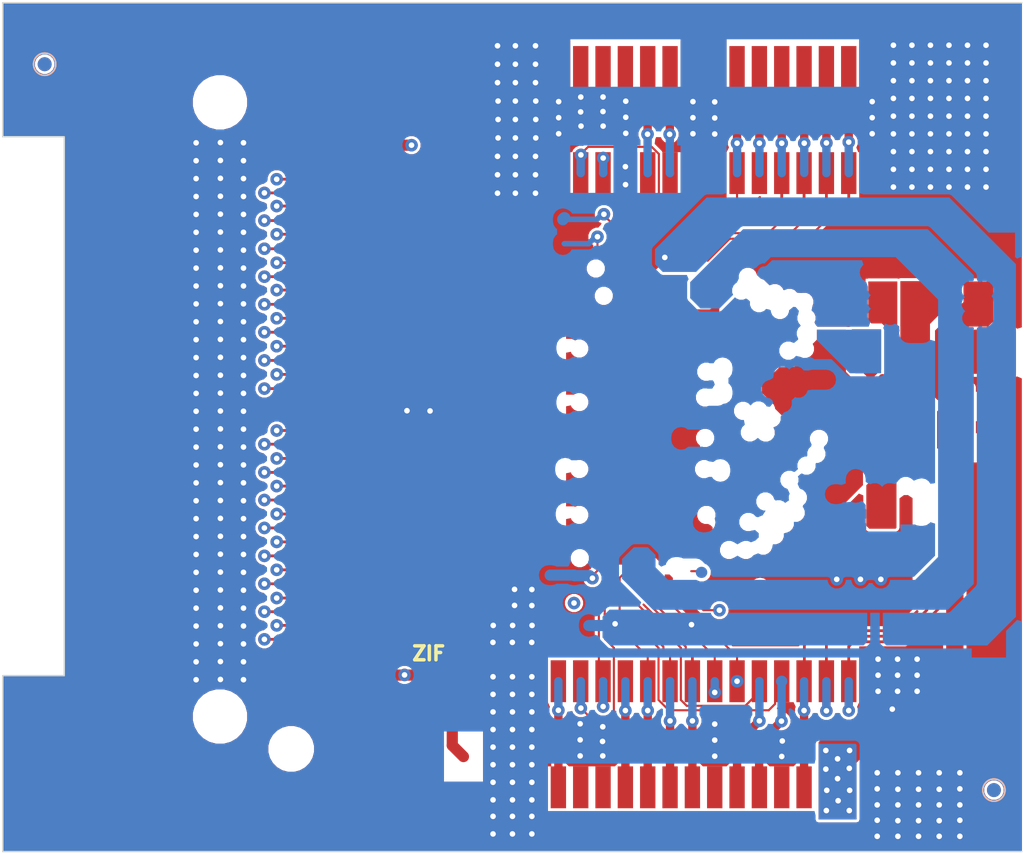
<source format=kicad_pcb>
(kicad_pcb (version 20221018) (generator pcbnew)
  (layers (0 "F.Cu" signal "Top Layer") (1 "In1.Cu" signal "GND Layer") (2 "In2.Cu" signal "Layer 1") (3 "In3.Cu" signal "Layer 2") (4 "In4.Cu" signal "Layer 3") (31 "B.Cu" signal "Bottom Layer") (34 "B.Paste" user "Bottom Paste") (35 "F.Paste" user "Top Paste") (36 "B.SilkS" user "Bottom Overlay") (37 "F.SilkS" user "Top Overlay") (38 "B.Mask" user "Bottom Solder") (39 "F.Mask" user "Top Solder") (44 "Edge.Cuts" user))
  (net 0 "")
  (net 1 "VDD_D_1V2")
  (net 2 "VREF_L_L")
  (net 3 "VREF_H_L")
  (net 4 "4V5")
  (net 5 "BATH")
  (net 6 "G")
  (net 7 "VREF_L")
  (net 8 "VREF_H")
  (net 9 "VREF_C")
  (net 10 "VDD_D")
  (net 11 "VDD_A")
  (net 12 "VCM")
  (net 13 "Net-(U1-108_VDD_D)")
  (net 14 "Net-(U1-102_VCM)")
  (net 15 "/B_MODE_1")
  (net 16 "/B_SER_B7")
  (net 17 "/B_SER_B5")
  (net 18 "/B_SER_B4")
  (net 19 "/B_SER_B6")
  (net 20 "/B_SER_CLK_1")
  (net 21 "/B_MODE_0")
  (net 22 "/\\B_SPI_CS")
  (net 26 "/SPI_CLK")
  (net 27 "/SPI_DATA")
  (net 28 "/\\SPI_CS")
  (net 29 "/MODE_0")
  (net 30 "/SER_CLK_1")
  (net 31 "/SER_B6")
  (net 32 "/SER_B4")
  (net 33 "/SER_B5")
  (net 34 "/SER_B7")
  (net 35 "/MODE_1")
  (net 36 "/DAC_SDI")
  (net 37 "/DAC_SCK")
  (net 38 "/\\DAC_CS")
  (net 39 "/B_PB_0")
  (net 40 "/M0_B")
  (net 41 "/M1_B")
  (net 42 "/B_PB_1")
  (net 43 "/B_SER_CLK_0")
  (net 44 "/B_SER_B1")
  (net 45 "/B_SER_B3")
  (net 46 "/SCLK")
  (net 47 "/OSC_CLK")
  (net 48 "/B_SER_B2")
  (net 49 "/B_SER_B0")
  (net 50 "/\\B_DAC_CS")
  (net 51 "/SER_B0")
  (net 52 "/SER_B2")
  (net 53 "/SER_B3")
  (net 54 "/SER_B1")
  (net 55 "/SER_CLK_0")
  (net 56 "/PB_1")
  (net 57 "/PB_0")
  (net 62 "Net-(U1-122_V_RES_IN)")
  (net 63 "/Col_31")
  (net 64 "/Row_31")
  (net 65 "/Col_30")
  (net 66 "/Row_30")
  (net 67 "/Col_29")
  (net 68 "/Row_29")
  (net 69 "/Col_28")
  (net 70 "/Row_28")
  (net 71 "/Col_27")
  (net 72 "/Row_27")
  (net 73 "/Col_26")
  (net 74 "/Row_26")
  (net 75 "/Col_25")
  (net 76 "/Row_25")
  (net 77 "/Col_24")
  (net 78 "/Row_24")
  (net 79 "/Col_23")
  (net 80 "/Row_23")
  (net 81 "/Col_22")
  (net 82 "/Row_22")
  (net 83 "/Col_21")
  (net 84 "/Row_21")
  (net 85 "/Col_20")
  (net 86 "/Row_20")
  (net 87 "/Col_19")
  (net 88 "/Row_19")
  (net 89 "/Col_18")
  (net 90 "/Row_18")
  (net 91 "/Col_17")
  (net 92 "/Row_17")
  (net 93 "/Col_16")
  (net 94 "/Row_16")
  (net 95 "/Col_15")
  (net 96 "/Row_15")
  (net 97 "/Col_14")
  (net 98 "/Row_14")
  (net 99 "/Col_13")
  (net 100 "/Row_13")
  (net 101 "/Col_12")
  (net 102 "/Row_12")
  (net 103 "/Col_11")
  (net 104 "/Row_11")
  (net 105 "/Col_10")
  (net 106 "/Row_10")
  (net 107 "/Col_9")
  (net 108 "/Row_9")
  (net 109 "/Col_8")
  (net 110 "/Row_8")
  (net 111 "/Col_7")
  (net 112 "/Row_7")
  (net 113 "/Col_6")
  (net 114 "/Row_6")
  (net 115 "/Col_5")
  (net 116 "/Row_5")
  (net 117 "/Col_4")
  (net 118 "/Row_4")
  (net 119 "/Col_3")
  (net 120 "/Row_3")
  (net 121 "/Col_2")
  (net 122 "/Row_2")
  (net 123 "/Col_1")
  (net 124 "/Row_1")
  (net 125 "/Col_0")
  (net 126 "/Row_0")
  (footprint "Footprints:J524653071" (layer "F.Cu") (at 155.7511 116.0036 -90)
    (fp_text reference "J200" hide)
    (fp_text value "MOLEX-524653071" hide)
  )
  (footprint "FDM_footprints:J524653071_Board2Board" (layer "F.Cu") (at 155.7511 94.0036 -90)
    (fp_text reference "J6" hide)
    (fp_text value "MOLEX-524653071" hide)
  )
  (footprint "Footprints:MFID0508" (layer "F.Cu") (at 131.7511 92.0036 90)
    (fp_text reference "FID2" hide)
    (fp_text value "FIDUCIAL" hide)
  )
  (footprint "Footprints:MFID0508" (layer "F.Cu") (at 165.7511 118.0036 90)
    (fp_text reference "FID1" hide)
    (fp_text value "FIDUCIAL" hide)
  )
  (footprint "Footprints:MFID0508" (layer "B.Cu") (at 165.7511 118.0036 90)
    (fp_text reference "FID4" hide)
    (fp_text value "FIDUCIAL" hide)
  )
  (footprint "Footprints:MFID0508" (layer "B.Cu") (at 131.7511 92.0036 90)
    (fp_text reference "FID3" hide)
    (fp_text value "FIDUCIAL" hide)
  )
  (gr_line (start 130.2511 113.9036) (end 132.4511 113.9036) (stroke (width 0.05)) (layer "Edge.Cuts"))
  (gr_line (start 130.2511 94.6036) (end 130.2511 89.8036) (stroke (width 0.05)) (layer "Edge.Cuts"))
  (gr_line (start 132.4511 94.6036) (end 130.2511 94.6036) (stroke (width 0.05)) (layer "Edge.Cuts"))
  (gr_line (start 130.2511 89.8036) (end 166.7511 89.8036) (stroke (width 0.05)) (layer "Edge.Cuts"))
  (gr_line (start 130.2511 120.2036) (end 130.2511 113.9036) (stroke (width 0.05)) (layer "Edge.Cuts"))
  (gr_line (start 166.7511 120.2036) (end 130.2511 120.2036) (stroke (width 0.05)) (layer "Edge.Cuts"))
  (gr_line (start 132.4511 113.9036) (end 132.4511 94.6036) (stroke (width 0.05)) (layer "Edge.Cuts"))
  (gr_text "" (at 146.5461 103.9086 270) (layer "F.SilkS") (effects (font (size 0.5 0.5) (thickness 0.254)) (justify left bottom)))
  (gr_text "ZIF" (at 144.8511 113.4036 360) (layer "F.SilkS") (effects (font (size 0.5 0.5) (thickness 0.254)) (justify left bottom)))
  (segment (start 155.24305 110.16237) (end 155.28488 110.2042) (width 0.075) (layer "F.Cu") (net 3))
  (segment (start 154.90987 110.16237) (end 155.24305 110.16237) (width 0.075) (layer "F.Cu") (net 3))
  (segment (start 155.27135 110.2042) (end 155.28488 110.2042) (width 0.4) (layer "B.Cu") (net 3))
  (via (at 160.1511 117.5936) (size 0.45) (drill 0.2) (layers "F.Cu" "B.Cu") (net 4))
  (via (at 159.7311 117.2536) (size 0.45) (drill 0.2) (layers "F.Cu" "B.Cu") (net 4))
  (via (at 159.74961 118.73616) (size 0.45) (drill 0.2) (layers "F.Cu" "B.Cu") (net 4))
  (via (at 160.1511 116.8836) (size 0.45) (drill 0.2) (layers "F.Cu" "B.Cu") (net 4))
  (via (at 160.5711 118.73616) (size 0.45) (drill 0.2) (layers "F.Cu" "B.Cu") (net 4))
  (via (at 160.1711 118.3836) (size 0.45) (drill 0.2) (layers "F.Cu" "B.Cu") (net 4))
  (via (at 160.5811 116.5836) (size 0.45) (drill 0.2) (layers "F.Cu" "B.Cu") (net 4))
  (via (at 160.5711 117.2236) (size 0.45) (drill 0.2) (layers "F.Cu" "B.Cu") (net 4))
  (via (at 159.7311 116.5836) (size 0.45) (drill 0.2) (layers "F.Cu" "B.Cu") (net 4))
  (via (at 160.58415 118.01159) (size 0.45) (drill 0.2) (layers "F.Cu" "B.Cu") (net 4))
  (via (at 159.7638 118.01159) (size 0.45) (drill 0.2) (layers "F.Cu" "B.Cu") (net 4))
  (segment (start 146.3511 116.4036) (end 146.3511 114.2136) (width 0.4) (layer "F.Cu") (net 5))
  (segment (start 143.93599 113.87849) (end 144.2884 113.87849) (width 0.4) (layer "F.Cu") (net 5))
  (segment (start 144.2935 113.8836) (end 146.0211 113.8836) (width 0.4) (layer "F.Cu") (net 5))
  (segment (start 143.3711 94.8436) (end 143.4311 94.9036) (width 0.4) (layer "F.Cu") (net 5))
  (segment (start 143.4311 94.9036) (end 144.8911 94.9036) (width 0.4) (layer "F.Cu") (net 5))
  (segment (start 146.3511 116.4036) (end 146.7511 116.8036) (width 0.4) (layer "F.Cu") (net 5))
  (segment (start 143.9311 113.8736) (end 143.93599 113.87849) (width 0.4) (layer "F.Cu") (net 5))
  (segment (start 144.2884 113.87849) (end 144.2935 113.8836) (width 0.4) (layer "F.Cu") (net 5))
  (segment (start 146.0211 113.8836) (end 146.3511 114.2136) (width 0.4) (layer "F.Cu") (net 5))
  (via (at 144.8911 94.9036) (size 0.45) (drill 0.2) (layers "F.Cu" "B.Cu") (net 5))
  (via (at 144.64079 113.87849) (size 0.45) (drill 0.2) (layers "F.Cu" "B.Cu") (net 5))
  (segment (start 154.9511 96.5536) (end 154.9511 96.5536) (width 0.075) (layer "F.Cu") (net 6))
  (segment (start 154.9511 97.4236) (end 154.9511 96.5536) (width 0.075) (layer "F.Cu") (net 6))
  (segment (start 155.7211 96.1836) (end 155.7511 96.1536) (width 0.1) (layer "F.Cu") (net 6))
  (segment (start 153.35109 99.02361) (end 154.9511 97.4236) (width 0.075) (layer "F.Cu") (net 6))
  (segment (start 152.5511 96.1536) (end 152.7761 96.3786) (width 0.1) (layer "F.Cu") (net 6))
  (via (at 162.1511 94.49861) (size 0.45) (drill 0.2) (layers "F.Cu" "B.Cu") (net 6))
  (via (at 165.46844 95.7686) (size 0.45) (drill 0.2) (layers "F.Cu" "B.Cu") (net 6))
  (via (at 162.1511 91.95862) (size 0.45) (drill 0.2) (layers "F.Cu" "B.Cu") (net 6))
  (via (at 137.17586 96.10145) (size 0.45) (drill 0.2) (layers "F.Cu" "B.Cu") (net 6))
  (via (at 158.17162 116.24412) (size 0.45) (drill 0.2) (layers "F.Cu" "B.Cu") (net 6))
  (via (at 138.04587 101.21975) (size 0.45) (drill 0.2) (layers "F.Cu" "B.Cu") (net 6))
  (via (at 162.1111 115.1036) (size 0.45) (drill 0.2) (layers "F.Cu" "B.Cu") (net 6))
  (via (at 164.80497 93.22861) (size 0.45) (drill 0.2) (layers "F.Cu" "B.Cu") (net 6))
  (via (at 162.81457 91.32362) (size 0.45) (drill 0.2) (layers "F.Cu" "B.Cu") (net 6))
  (via (at 147.9711 95.3036) (size 0.45) (drill 0.2) (layers "F.Cu" "B.Cu") (net 6))
  (via (at 164.80497 91.32362) (size 0.45) (drill 0.2) (layers "F.Cu" "B.Cu") (net 6))
  (via (at 138.87244 95.45929) (size 0.45) (drill 0.2) (layers "F.Cu" "B.Cu") (net 6))
  (via (at 138.87244 112.76731) (size 0.45) (drill 0.2) (layers "F.Cu" "B.Cu") (net 6))
  (via (at 138.04587 113.39947) (size 0.45) (drill 0.2) (layers "F.Cu" "B.Cu") (net 6))
  (via (at 138.87244 94.81825) (size 0.45) (drill 0.2) (layers "F.Cu" "B.Cu") (net 6))
  (via (at 163.0511 117.38361) (size 0.45) (drill 0.2) (layers "F.Cu" "B.Cu") (net 6))
  (via (at 164.1415 93.22861) (size 0.45) (drill 0.2) (layers "F.Cu" "B.Cu") (net 6))
  (via (at 155.7511 116.7886) (size 0.45) (drill 0.2) (layers "F.Cu" "B.Cu") (net 6))
  (via (at 137.17586 108.92221) (size 0.45) (drill 0.2) (layers "F.Cu" "B.Cu") (net 6))
  (via (at 164.1415 93.86361) (size 0.45) (drill 0.2) (layers "F.Cu" "B.Cu") (net 6))
  (via (at 147.8111 117.0936) (size 0.45) (drill 0.2) (layers "F.Cu" "B.Cu") (net 6))
  (via (at 138.04587 96.73249) (size 0.45) (drill 0.2) (layers "F.Cu" "B.Cu") (net 6))
  (via (at 161.5711 117.38361) (size 0.45) (drill 0.2) (layers "F.Cu" "B.Cu") (net 6))
  (via (at 164.53109 118.5336) (size 0.45) (drill 0.2) (layers "F.Cu" "B.Cu") (net 6))
  (via (at 149.2011 118.3536) (size 0.45) (drill 0.2) (layers "F.Cu" "B.Cu") (net 6))
  (via (at 148.5061 117.7236) (size 0.45) (drill 0.2) (layers "F.Cu" "B.Cu") (net 6))
  (via (at 147.8111 118.3536) (size 0.45) (drill 0.2) (layers "F.Cu" "B.Cu") (net 6))
  (via (at 152.56477 93.90351) (size 0.45) (drill 0.2) (layers "F.Cu" "B.Cu") (net 6))
  (via (at 164.1415 92.59361) (size 0.45) (drill 0.2) (layers "F.Cu" "B.Cu") (net 6))
  (via (at 161.6011 114.4636) (size 0.45) (drill 0.2) (layers "F.Cu" "B.Cu") (net 6))
  (via (at 148.5061 114.57361) (size 0.45) (drill 0.2) (layers "F.Cu" "B.Cu") (net 6))
  (via (at 138.87244 105.07485) (size 0.45) (drill 0.2) (layers "F.Cu" "B.Cu") (net 6))
  (via (at 138.04587 97.37353) (size 0.45) (drill 0.2) (layers "F.Cu" "B.Cu") (net 6))
  (via (at 145.55463 104.42299) (size 0.45) (drill 0.2) (layers "F.Cu" "B.Cu") (net 6))
  (via (at 137.17586 112.76843) (size 0.45) (drill 0.2) (layers "F.Cu" "B.Cu") (net 6))
  (via (at 147.9711 95.9636) (size 0.45) (drill 0.2) (layers "F.Cu" "B.Cu") (net 6))
  (via (at 152.5511 95.6736) (size 0.45) (drill 0.2) (layers "F.Cu" "B.Cu") (net 6))
  (via (at 163.79109 118.5336) (size 0.45) (drill 0.2) (layers "F.Cu" "B.Cu") (net 6))
  (via (at 138.04587 103.14287) (size 0.45) (drill 0.2) (layers "F.Cu" "B.Cu") (net 6))
  (via (at 137.17586 104.43494) (size 0.45) (drill 0.2) (layers "F.Cu" "B.Cu") (net 6))
  (via (at 152.56477 94.47851) (size 0.45) (drill 0.2) (layers "F.Cu" "B.Cu") (net 6))
  (via (at 138.04587 105.06598) (size 0.45) (drill 0.2) (layers "F.Cu" "B.Cu") (net 6))
  (via (at 165.46844 91.32362) (size 0.45) (drill 0.2) (layers "F.Cu" "B.Cu") (net 6))
  (via (at 137.17586 97.38353) (size 0.45) (drill 0.2) (layers "F.Cu" "B.Cu") (net 6))
  (via (at 148.5061 117.0936) (size 0.45) (drill 0.2) (layers "F.Cu" "B.Cu") (net 6))
  (via (at 164.80497 95.1336) (size 0.45) (drill 0.2) (layers "F.Cu" "B.Cu") (net 6))
  (via (at 164.80497 94.49861) (size 0.45) (drill 0.2) (layers "F.Cu" "B.Cu") (net 6))
  (via (at 151.7411 115.7351) (size 0.45) (drill 0.2) (layers "F.Cu" "B.Cu") (net 6))
  (via (at 162.81457 94.49861) (size 0.45) (drill 0.2) (layers "F.Cu" "B.Cu") (net 6))
  (via (at 148.5061 119.5736) (size 0.45) (drill 0.2) (layers "F.Cu" "B.Cu") (net 6))
  (via (at 137.17586 95.46042) (size 0.45) (drill 0.2) (layers "F.Cu" "B.Cu") (net 6))
  (via (at 165.46844 95.1336) (size 0.45) (drill 0.2) (layers "F.Cu" "B.Cu") (net 6))
  (via (at 138.87244 106.99797) (size 0.45) (drill 0.2) (layers "F.Cu" "B.Cu") (net 6))
  (via (at 149.2011 110.8186) (size 0.45) (drill 0.2) (layers "F.Cu" "B.Cu") (net 6))
  (via (at 138.87244 101.22863) (size 0.45) (drill 0.2) (layers "F.Cu" "B.Cu") (net 6))
  (via (at 138.04587 111.47636) (size 0.45) (drill 0.2) (layers "F.Cu" "B.Cu") (net 6))
  (via (at 162.81457 93.86361) (size 0.45) (drill 0.2) (layers "F.Cu" "B.Cu") (net 6))
  (via (at 150.9311 116.7786) (size 0.45) (drill 0.2) (layers "F.Cu" "B.Cu") (net 6))
  (via (at 137.17586 113.40947) (size 0.45) (drill 0.2) (layers "F.Cu" "B.Cu") (net 6))
  (via (at 149.20771 112.10574) (size 0.45) (drill 0.2) (layers "F.Cu" "B.Cu") (net 6))
  (via (at 162.81457 95.7686) (size 0.45) (drill 0.2) (layers "F.Cu" "B.Cu") (net 6))
  (via (at 161.5711 117.9586) (size 0.45) (drill 0.2) (layers "F.Cu" "B.Cu") (net 6))
  (via (at 144.72805 104.41411) (size 0.45) (drill 0.2) (layers "F.Cu" "B.Cu") (net 6))
  (via (at 155.7511 115.6386) (size 0.45) (drill 0.2) (layers "F.Cu" "B.Cu") (net 6))
  (via (at 164.80497 93.86361) (size 0.45) (drill 0.2) (layers "F.Cu" "B.Cu") (net 6))
  (via (at 152.55598 96.31682) (size 0.45) (drill 0.2) (layers "F.Cu" "B.Cu") (net 6))
  (via (at 161.6011 113.8886) (size 0.45) (drill 0.2) (layers "F.Cu" "B.Cu") (net 6))
  (via (at 137.17586 99.30664) (size 0.45) (drill 0.2) (layers "F.Cu" "B.Cu") (net 6))
  (via (at 161.5711 119.6586) (size 0.45) (drill 0.2) (layers "F.Cu" "B.Cu") (net 6))
  (via (at 150.95322 93.17989) (size 0.45) (drill 0.2) (layers "F.Cu" "B.Cu") (net 6))
  (via (at 148.6111 94.6436) (size 0.45) (drill 0.2) (layers "F.Cu" "B.Cu") (net 6))
  (via (at 165.46844 94.49861) (size 0.45) (drill 0.2) (layers "F.Cu" "B.Cu") (net 6))
  (via (at 138.04587 103.7839) (size 0.45) (drill 0.2) (layers "F.Cu" "B.Cu") (net 6))
  (via (at 149.3411 93.32361) (size 0.45) (drill 0.2) (layers "F.Cu" "B.Cu") (net 6))
  (via (at 152.56477 93.32851) (size 0.45) (drill 0.2) (layers "F.Cu" "B.Cu") (net 6))
  (via (at 147.9911 93.9836) (size 0.45) (drill 0.2) (layers "F.Cu" "B.Cu") (net 6))
  (via (at 137.17586 100.58872) (size 0.45) (drill 0.2) (layers "F.Cu" "B.Cu") (net 6))
  (via (at 165.46844 96.4036) (size 0.45) (drill 0.2) (layers "F.Cu" "B.Cu") (net 6))
  (via (at 147.8111 117.7236) (size 0.45) (drill 0.2) (layers "F.Cu" "B.Cu") (net 6))
  (via (at 147.81772 112.10574) (size 0.45) (drill 0.2) (layers "F.Cu" "B.Cu") (net 6))
  (via (at 155.7511 116.2136) (size 0.45) (drill 0.2) (layers "F.Cu" "B.Cu") (net 6))
  (via (at 148.5811 110.8136) (size 0.45) (drill 0.2) (layers "F.Cu" "B.Cu") (net 6))
  (via (at 164.80497 96.4036) (size 0.45) (drill 0.2) (layers "F.Cu" "B.Cu") (net 6))
  (via (at 163.47803 95.1336) (size 0.45) (drill 0.2) (layers "F.Cu" "B.Cu") (net 6))
  (via (at 138.04587 114.04051) (size 0.45) (drill 0.2) (layers "F.Cu" "B.Cu") (net 6))
  (via (at 165.46844 93.86361) (size 0.45) (drill 0.2) (layers "F.Cu" "B.Cu") (net 6))
  (via (at 147.8111 114.57361) (size 0.45) (drill 0.2) (layers "F.Cu" "B.Cu") (net 6))
  (via (at 138.04587 110.83532) (size 0.45) (drill 0.2) (layers "F.Cu" "B.Cu") (net 6))
  (via (at 138.04587 112.75843) (size 0.45) (drill 0.2) (layers "F.Cu" "B.Cu") (net 6))
  (via (at 138.04587 110.19428) (size 0.45) (drill 0.2) (layers "F.Cu" "B.Cu") (net 6))
  (via (at 164.80497 95.7686) (size 0.45) (drill 0.2) (layers "F.Cu" "B.Cu") (net 6))
  (via (at 162.3011 114.4636) (size 0.45) (drill 0.2) (layers "F.Cu" "B.Cu") (net 6))
  (via (at 138.04587 112.11739) (size 0.45) (drill 0.2) (layers "F.Cu" "B.Cu") (net 6))
  (via (at 138.04587 109.55324) (size 0.45) (drill 0.2) (layers "F.Cu" "B.Cu") (net 6))
  (via (at 163.0511 119.0986) (size 0.45) (drill 0.2) (layers "F.Cu" "B.Cu") (net 6))
  (via (at 147.8111 113.94361) (size 0.45) (drill 0.2) (layers "F.Cu" "B.Cu") (net 6))
  (via (at 137.17586 96.74249) (size 0.45) (drill 0.2) (layers "F.Cu" "B.Cu") (net 6))
  (via (at 137.17586 110.84532) (size 0.45) (drill 0.2) (layers "F.Cu" "B.Cu") (net 6))
  (via (at 138.04587 106.34805) (size 0.45) (drill 0.2) (layers "F.Cu" "B.Cu") (net 6))
  (via (at 138.87244 98.66448) (size 0.45) (drill 0.2) (layers "F.Cu" "B.Cu") (net 6))
  (via (at 149.3311 95.3036) (size 0.45) (drill 0.2) (layers "F.Cu" "B.Cu") (net 6))
  (via (at 163.47803 92.59361) (size 0.45) (drill 0.2) (layers "F.Cu" "B.Cu") (net 6))
  (via (at 138.87244 111.48523) (size 0.45) (drill 0.2) (layers "F.Cu" "B.Cu") (net 6))
  (via (at 154.9711 94.4936) (size 0.45) (drill 0.2) (layers "F.Cu" "B.Cu") (net 6))
  (via (at 148.5061 116.4636) (size 0.45) (drill 0.2) (layers "F.Cu" "B.Cu") (net 6))
  (via (at 137.17586 106.35805) (size 0.45) (drill 0.2) (layers "F.Cu" "B.Cu") (net 6))
  (via (at 138.87244 99.94655) (size 0.45) (drill 0.2) (layers "F.Cu" "B.Cu") (net 6))
  (via (at 163.79109 117.38361) (size 0.45) (drill 0.2) (layers "F.Cu" "B.Cu") (net 6))
  (via (at 165.46844 91.95862) (size 0.45) (drill 0.2) (layers "F.Cu" "B.Cu") (net 6))
  (via (at 162.3111 118.5336) (size 0.45) (drill 0.2) (layers "F.Cu" "B.Cu") (net 6))
  (via (at 137.17586 111.48636) (size 0.45) (drill 0.2) (layers "F.Cu" "B.Cu") (net 6))
  (via (at 138.87244 96.10033) (size 0.45) (drill 0.2) (layers "F.Cu" "B.Cu") (net 6))
  (via (at 138.87244 96.74137) (size 0.45) (drill 0.2) (layers "F.Cu" "B.Cu") (net 6))
  (via (at 151.74883 93.69843) (size 0.45) (drill 0.2) (layers "F.Cu" "B.Cu") (net 6))
  (via (at 161.5711 118.5336) (size 0.45) (drill 0.2) (layers "F.Cu" "B.Cu") (net 6))
  (via (at 162.1511 95.1336) (size 0.45) (drill 0.2) (layers "F.Cu" "B.Cu") (net 6))
  (via (at 150.9311 115.6286) (size 0.45) (drill 0.2) (layers "F.Cu" "B.Cu") (net 6))
  (via (at 148.6111 95.9636) (size 0.45) (drill 0.2) (layers "F.Cu" "B.Cu") (net 6))
  (via (at 137.17586 108.28117) (size 0.45) (drill 0.2) (layers "F.Cu" "B.Cu") (net 6))
  (via (at 138.87244 108.92108) (size 0.45) (drill 0.2) (layers "F.Cu" "B.Cu") (net 6))
  (via (at 148.6111 95.3036) (size 0.45) (drill 0.2) (layers "F.Cu" "B.Cu") (net 6))
  (via (at 147.9911 93.32361) (size 0.45) (drill 0.2) (layers "F.Cu" "B.Cu") (net 6))
  (via (at 151.7411 116.7786) (size 0.45) (drill 0.2) (layers "F.Cu" "B.Cu") (net 6))
  (via (at 162.81457 95.1336) (size 0.45) (drill 0.2) (layers "F.Cu" "B.Cu") (net 6))
  (via (at 150.1611 93.9186) (size 0.45) (drill 0.2) (layers "F.Cu" "B.Cu") (net 6))
  (via (at 149.2011 115.20361) (size 0.45) (drill 0.2) (layers "F.Cu" "B.Cu") (net 6))
  (via (at 164.80497 92.59361) (size 0.45) (drill 0.2) (layers "F.Cu" "B.Cu") (net 6))
  (via (at 149.19743 112.71194) (size 0.45) (drill 0.2) (layers "F.Cu" "B.Cu") (net 6))
  (via (at 137.17586 94.81938) (size 0.45) (drill 0.2) (layers "F.Cu" "B.Cu") (net 6))
  (via (at 138.04587 98.01457) (size 0.45) (drill 0.2) (layers "F.Cu" "B.Cu") (net 6))
  (via (at 137.17586 114.05051) (size 0.45) (drill 0.2) (layers "F.Cu" "B.Cu") (net 6))
  (via (at 138.87244 99.30552) (size 0.45) (drill 0.2) (layers "F.Cu" "B.Cu") (net 6))
  (via (at 138.87244 109.56212) (size 0.45) (drill 0.2) (layers "F.Cu" "B.Cu") (net 6))
  (via (at 161.6011 113.3136) (size 0.45) (drill 0.2) (layers "F.Cu" "B.Cu") (net 6))
  (via (at 164.1415 91.32362) (size 0.45) (drill 0.2) (layers "F.Cu" "B.Cu") (net 6))
  (via (at 150.1611 93.34361) (size 0.45) (drill 0.2) (layers "F.Cu" "B.Cu") (net 6))
  (via (at 155.7511 93.35361) (size 0.45) (drill 0.2) (layers "F.Cu" "B.Cu") (net 6))
  (via (at 138.87244 103.15174) (size 0.45) (drill 0.2) (layers "F.Cu" "B.Cu") (net 6))
  (via (at 148.6111 92.66361) (size 0.45) (drill 0.2) (layers "F.Cu" "B.Cu") (net 6))
  (via (at 138.04587 108.91221) (size 0.45) (drill 0.2) (layers "F.Cu" "B.Cu") (net 6))
  (via (at 147.8111 115.83361) (size 0.45) (drill 0.2) (layers "F.Cu" "B.Cu") (net 6))
  (via (at 138.87244 104.43382) (size 0.45) (drill 0.2) (layers "F.Cu" "B.Cu") (net 6))
  (via (at 138.04587 98.6556) (size 0.45) (drill 0.2) (layers "F.Cu" "B.Cu") (net 6))
  (via (at 138.87244 100.58759) (size 0.45) (drill 0.2) (layers "F.Cu" "B.Cu") (net 6))
  (via (at 154.9711 93.9186) (size 0.45) (drill 0.2) (layers "F.Cu" "B.Cu") (net 6))
  (via (at 165.46844 92.59361) (size 0.45) (drill 0.2) (layers "F.Cu" "B.Cu") (net 6))
  (via (at 149.2011 114.57361) (size 0.45) (drill 0.2) (layers "F.Cu" "B.Cu") (net 6))
  (via (at 138.87244 107.639) (size 0.45) (drill 0.2) (layers "F.Cu" "B.Cu") (net 6))
  (via (at 163.79109 117.9736) (size 0.45) (drill 0.2) (layers "F.Cu" "B.Cu") (net 6))
  (via (at 163.47803 95.7686) (size 0.45) (drill 0.2) (layers "F.Cu" "B.Cu") (net 6))
  (via (at 137.17586 98.02457) (size 0.45) (drill 0.2) (layers "F.Cu" "B.Cu") (net 6))
  (via (at 137.17586 103.7939) (size 0.45) (drill 0.2) (layers "F.Cu" "B.Cu") (net 6))
  (via (at 138.87244 98.02344) (size 0.45) (drill 0.2) (layers "F.Cu" "B.Cu") (net 6))
  (via (at 138.87244 110.20315) (size 0.45) (drill 0.2) (layers "F.Cu" "B.Cu") (net 6))
  (via (at 149.2011 117.0936) (size 0.45) (drill 0.2) (layers "F.Cu" "B.Cu") (net 6))
  (via (at 164.53109 119.6586) (size 0.45) (drill 0.2) (layers "F.Cu" "B.Cu") (net 6))
  (via (at 162.3111 119.6586) (size 0.45) (drill 0.2) (layers "F.Cu" "B.Cu") (net 6))
  (via (at 148.6111 91.34361) (size 0.45) (drill 0.2) (layers "F.Cu" "B.Cu") (net 6))
  (via (at 147.8111 115.20361) (size 0.45) (drill 0.2) (layers "F.Cu" "B.Cu") (net 6))
  (via (at 163.47803 91.95862) (size 0.45) (drill 0.2) (layers "F.Cu" "B.Cu") (net 6))
  (via (at 150.1611 94.4936) (size 0.45) (drill 0.2) (layers "F.Cu" "B.Cu") (net 6))
  (via (at 138.04587 104.42494) (size 0.45) (drill 0.2) (layers "F.Cu" "B.Cu") (net 6))
  (via (at 149.2011 118.9436) (size 0.45) (drill 0.2) (layers "F.Cu" "B.Cu") (net 6))
  (via (at 138.87244 97.3824) (size 0.45) (drill 0.2) (layers "F.Cu" "B.Cu") (net 6))
  (via (at 149.2011 119.5736) (size 0.45) (drill 0.2) (layers "F.Cu" "B.Cu") (net 6))
  (via (at 163.79109 119.0986) (size 0.45) (drill 0.2) (layers "F.Cu" "B.Cu") (net 6))
  (via (at 137.17586 110.20428) (size 0.45) (drill 0.2) (layers "F.Cu" "B.Cu") (net 6))
  (via (at 151.75406 94.2205) (size 0.45) (drill 0.2) (layers "F.Cu" "B.Cu") (net 6))
  (via (at 155.7511 93.9286) (size 0.45) (drill 0.2) (layers "F.Cu" "B.Cu") (net 6))
  (via (at 147.80743 112.71194) (size 0.45) (drill 0.2) (layers "F.Cu" "B.Cu") (net 6))
  (via (at 137.17586 109.56324) (size 0.45) (drill 0.2) (layers "F.Cu" "B.Cu") (net 6))
  (via (at 150.96209 94.22067) (size 0.45) (drill 0.2) (layers "F.Cu" "B.Cu") (net 6))
  (via (at 163.0011 113.8886) (size 0.45) (drill 0.2) (layers "F.Cu" "B.Cu") (net 6))
  (via (at 148.6111 92.00361) (size 0.45) (drill 0.2) (layers "F.Cu" "B.Cu") (net 6))
  (via (at 138.04587 107.63013) (size 0.45) (drill 0.2) (layers "F.Cu" "B.Cu") (net 6))
  (via (at 161.3911 93.34361) (size 0.45) (drill 0.2) (layers "F.Cu" "B.Cu") (net 6))
  (via (at 163.47803 91.32362) (size 0.45) (drill 0.2) (layers "F.Cu" "B.Cu") (net 6))
  (via (at 164.1415 96.4036) (size 0.45) (drill 0.2) (layers "F.Cu" "B.Cu") (net 6))
  (via (at 149.3411 94.6436) (size 0.45) (drill 0.2) (layers "F.Cu" "B.Cu") (net 6))
  (via (at 138.04587 101.86079) (size 0.45) (drill 0.2) (layers "F.Cu" "B.Cu") (net 6))
  (via (at 148.5061 118.9436) (size 0.45) (drill 0.2) (layers "F.Cu" "B.Cu") (net 6))
  (via (at 162.3111 117.9736) (size 0.45) (drill 0.2) (layers "F.Cu" "B.Cu") (net 6))
  (via (at 138.04587 94.80938) (size 0.45) (drill 0.2) (layers "F.Cu" "B.Cu") (net 6))
  (via (at 150.9311 116.2036) (size 0.45) (drill 0.2) (layers "F.Cu" "B.Cu") (net 6))
  (via (at 160.9711 110.4536) (size 0.45) (drill 0.2) (layers "F.Cu" "B.Cu") (net 6))
  (via (at 137.17586 112.12739) (size 0.45) (drill 0.2) (layers "F.Cu" "B.Cu") (net 6))
  (via (at 149.3311 92.00361) (size 0.45) (drill 0.2) (layers "F.Cu" "B.Cu") (net 6))
  (via (at 138.87244 112.12627) (size 0.45) (drill 0.2) (layers "F.Cu" "B.Cu") (net 6))
  (via (at 162.1511 93.86361) (size 0.45) (drill 0.2) (layers "F.Cu" "B.Cu") (net 6))
  (via (at 138.04587 100.57872) (size 0.45) (drill 0.2) (layers "F.Cu" "B.Cu") (net 6))
  (via (at 149.2011 115.83361) (size 0.45) (drill 0.2) (layers "F.Cu" "B.Cu") (net 6))
  (via (at 138.87244 102.5107) (size 0.45) (drill 0.2) (layers "F.Cu" "B.Cu") (net 6))
  (via (at 137.17586 101.22975) (size 0.45) (drill 0.2) (layers "F.Cu" "B.Cu") (net 6))
  (via (at 137.17586 105.07598) (size 0.45) (drill 0.2) (layers "F.Cu" "B.Cu") (net 6))
  (via (at 148.6111 93.9836) (size 0.45) (drill 0.2) (layers "F.Cu" "B.Cu") (net 6))
  (via (at 137.17586 107.64013) (size 0.45) (drill 0.2) (layers "F.Cu" "B.Cu") (net 6))
  (via (at 149.3311 91.34361) (size 0.45) (drill 0.2) (layers "F.Cu" "B.Cu") (net 6))
  (via (at 148.5061 118.3536) (size 0.45) (drill 0.2) (layers "F.Cu" "B.Cu") (net 6))
  (via (at 137.17586 99.94768) (size 0.45) (drill 0.2) (layers "F.Cu" "B.Cu") (net 6))
  (via (at 137.17586 105.71702) (size 0.45) (drill 0.2) (layers "F.Cu" "B.Cu") (net 6))
  (via (at 137.17586 102.51183) (size 0.45) (drill 0.2) (layers "F.Cu" "B.Cu") (net 6))
  (via (at 138.04587 102.50183) (size 0.45) (drill 0.2) (layers "F.Cu" "B.Cu") (net 6))
  (via (at 148.5061 115.20361) (size 0.45) (drill 0.2) (layers "F.Cu" "B.Cu") (net 6))
  (via (at 163.0511 119.6586) (size 0.45) (drill 0.2) (layers "F.Cu" "B.Cu") (net 6))
  (via (at 147.8111 118.9436) (size 0.45) (drill 0.2) (layers "F.Cu" "B.Cu") (net 6))
  (via (at 148.50243 112.71194) (size 0.45) (drill 0.2) (layers "F.Cu" "B.Cu") (net 6))
  (via (at 163.47803 96.4036) (size 0.45) (drill 0.2) (layers "F.Cu" "B.Cu") (net 6))
  (via (at 138.04587 96.09145) (size 0.45) (drill 0.2) (layers "F.Cu" "B.Cu") (net 6))
  (via (at 162.1511 93.22861) (size 0.45) (drill 0.2) (layers "F.Cu" "B.Cu") (net 6))
  (via (at 155.7511 94.5036) (size 0.45) (drill 0.2) (layers "F.Cu" "B.Cu") (net 6))
  (via (at 147.9711 96.6236) (size 0.45) (drill 0.2) (layers "F.Cu" "B.Cu") (net 6))
  (via (at 149.3311 92.66361) (size 0.45) (drill 0.2) (layers "F.Cu" "B.Cu") (net 6))
  (via (at 162.1511 91.32362) (size 0.45) (drill 0.2) (layers "F.Cu" "B.Cu") (net 6))
  (via (at 137.17586 106.99909) (size 0.45) (drill 0.2) (layers "F.Cu" "B.Cu") (net 6))
  (via (at 138.87244 110.84419) (size 0.45) (drill 0.2) (layers "F.Cu" "B.Cu") (net 6))
  (via (at 164.1415 95.1336) (size 0.45) (drill 0.2) (layers "F.Cu" "B.Cu") (net 6))
  (via (at 138.87244 106.35693) (size 0.45) (drill 0.2) (layers "F.Cu" "B.Cu") (net 6))
  (via (at 165.46844 93.22861) (size 0.45) (drill 0.2) (layers "F.Cu" "B.Cu") (net 6))
  (via (at 161.3911 93.9186) (size 0.45) (drill 0.2) (layers "F.Cu" "B.Cu") (net 6))
  (via (at 149.3311 96.6236) (size 0.45) (drill 0.2) (layers "F.Cu" "B.Cu") (net 6))
  (via (at 148.6111 96.6236) (size 0.45) (drill 0.2) (layers "F.Cu" "B.Cu") (net 6))
  (via (at 149.2011 116.4636) (size 0.45) (drill 0.2) (layers "F.Cu" "B.Cu") (net 6))
  (via (at 164.80497 91.95862) (size 0.45) (drill 0.2) (layers "F.Cu" "B.Cu") (net 6))
  (via (at 149.3311 95.9636) (size 0.45) (drill 0.2) (layers "F.Cu" "B.Cu") (net 6))
  (via (at 137.17586 103.15287) (size 0.45) (drill 0.2) (layers "F.Cu" "B.Cu") (net 6))
  (via (at 148.5061 115.83361) (size 0.45) (drill 0.2) (layers "F.Cu" "B.Cu") (net 6))
  (via (at 158.1511 116.7986) (size 0.45) (drill 0.2) (layers "F.Cu" "B.Cu") (net 6))
  (via (at 138.04587 99.93768) (size 0.45) (drill 0.2) (layers "F.Cu" "B.Cu") (net 6))
  (via (at 147.9711 92.00361) (size 0.45) (drill 0.2) (layers "F.Cu" "B.Cu") (net 6))
  (via (at 137.17586 101.87079) (size 0.45) (drill 0.2) (layers "F.Cu" "B.Cu") (net 6))
  (via (at 148.5811 111.3886) (size 0.45) (drill 0.2) (layers "F.Cu" "B.Cu") (net 6))
  (via (at 149.3411 93.9836) (size 0.45) (drill 0.2) (layers "F.Cu" "B.Cu") (net 6))
  (via (at 148.5061 113.94361) (size 0.45) (drill 0.2) (layers "F.Cu" "B.Cu") (net 6))
  (via (at 163.0011 114.4636) (size 0.45) (drill 0.2) (layers "F.Cu" "B.Cu") (net 6))
  (via (at 149.2011 113.94361) (size 0.45) (drill 0.2) (layers "F.Cu" "B.Cu") (net 6))
  (via (at 138.04587 95.45042) (size 0.45) (drill 0.2) (layers "F.Cu" "B.Cu") (net 6))
  (via (at 162.81457 93.22861) (size 0.45) (drill 0.2) (layers "F.Cu" "B.Cu") (net 6))
  (via (at 138.04587 99.29664) (size 0.45) (drill 0.2) (layers "F.Cu" "B.Cu") (net 6))
  (via (at 147.8111 119.5736) (size 0.45) (drill 0.2) (layers "F.Cu" "B.Cu") (net 6))
  (via (at 162.1511 92.59361) (size 0.45) (drill 0.2) (layers "F.Cu" "B.Cu") (net 6))
  (via (at 163.47803 94.49861) (size 0.45) (drill 0.2) (layers "F.Cu" "B.Cu") (net 6))
  (via (at 162.81457 92.59361) (size 0.45) (drill 0.2) (layers "F.Cu" "B.Cu") (net 6))
  (via (at 163.47803 93.22861) (size 0.45) (drill 0.2) (layers "F.Cu" "B.Cu") (net 6))
  (via (at 138.04587 106.98909) (size 0.45) (drill 0.2) (layers "F.Cu" "B.Cu") (net 6))
  (via (at 162.3111 119.0986) (size 0.45) (drill 0.2) (layers "F.Cu" "B.Cu") (net 6))
  (via (at 151.7511 93.1786) (size 0.45) (drill 0.2) (layers "F.Cu" "B.Cu") (net 6))
  (via (at 164.53109 117.9586) (size 0.45) (drill 0.2) (layers "F.Cu" "B.Cu") (net 6))
  (via (at 138.87244 108.28004) (size 0.45) (drill 0.2) (layers "F.Cu" "B.Cu") (net 6))
  (via (at 162.3011 113.8886) (size 0.45) (drill 0.2) (layers "F.Cu" "B.Cu") (net 6))
  (via (at 163.0511 117.9736) (size 0.45) (drill 0.2) (layers "F.Cu" "B.Cu") (net 6))
  (via (at 164.1415 95.7686) (size 0.45) (drill 0.2) (layers "F.Cu" "B.Cu") (net 6))
  (via (at 164.53109 119.0836) (size 0.45) (drill 0.2) (layers "F.Cu" "B.Cu") (net 6))
  (via (at 138.87244 101.86967) (size 0.45) (drill 0.2) (layers "F.Cu" "B.Cu") (net 6))
  (via (at 163.0011 113.3136) (size 0.45) (drill 0.2) (layers "F.Cu" "B.Cu") (net 6))
  (via (at 160.1211 110.4536) (size 0.45) (drill 0.2) (layers "F.Cu" "B.Cu") (net 6))
  (via (at 154.9711 93.34361) (size 0.45) (drill 0.2) (layers "F.Cu" "B.Cu") (net 6))
  (via (at 163.47803 93.86361) (size 0.45) (drill 0.2) (layers "F.Cu" "B.Cu") (net 6))
  (via (at 147.9911 94.6436) (size 0.45) (drill 0.2) (layers "F.Cu" "B.Cu") (net 6))
  (via (at 147.9711 92.66361) (size 0.45) (drill 0.2) (layers "F.Cu" "B.Cu") (net 6))
  (via (at 149.2011 111.3936) (size 0.45) (drill 0.2) (layers "F.Cu" "B.Cu") (net 6))
  (via (at 163.79109 119.6586) (size 0.45) (drill 0.2) (layers "F.Cu" "B.Cu") (net 6))
  (via (at 161.3911 94.4936) (size 0.45) (drill 0.2) (layers "F.Cu" "B.Cu") (net 6))
  (via (at 138.87244 103.79278) (size 0.45) (drill 0.2) (layers "F.Cu" "B.Cu") (net 6))
  (via (at 151.73245 116.26) (size 0.45) (drill 0.2) (layers "F.Cu" "B.Cu") (net 6))
  (via (at 137.17586 98.6656) (size 0.45) (drill 0.2) (layers "F.Cu" "B.Cu") (net 6))
  (via (at 162.1511 95.7686) (size 0.45) (drill 0.2) (layers "F.Cu" "B.Cu") (net 6))
  (via (at 138.87244 105.71589) (size 0.45) (drill 0.2) (layers "F.Cu" "B.Cu") (net 6))
  (via (at 150.94852 93.712) (size 0.45) (drill 0.2) (layers "F.Cu" "B.Cu") (net 6))
  (via (at 164.1415 94.49861) (size 0.45) (drill 0.2) (layers "F.Cu" "B.Cu") (net 6))
  (via (at 161.5711 119.0836) (size 0.45) (drill 0.2) (layers "F.Cu" "B.Cu") (net 6))
  (via (at 162.3011 113.3136) (size 0.45) (drill 0.2) (layers "F.Cu" "B.Cu") (net 6))
  (via (at 161.7011 110.4536) (size 0.45) (drill 0.2) (layers "F.Cu" "B.Cu") (net 6))
  (via (at 147.8111 116.4636) (size 0.45) (drill 0.2) (layers "F.Cu" "B.Cu") (net 6))
  (via (at 162.1511 96.4036) (size 0.45) (drill 0.2) (layers "F.Cu" "B.Cu") (net 6))
  (via (at 138.04587 108.27117) (size 0.45) (drill 0.2) (layers "F.Cu" "B.Cu") (net 6))
  (via (at 162.81457 96.4036) (size 0.45) (drill 0.2) (layers "F.Cu" "B.Cu") (net 6))
  (via (at 149.2011 117.7236) (size 0.45) (drill 0.2) (layers "F.Cu" "B.Cu") (net 6))
  (via (at 148.6111 93.32361) (size 0.45) (drill 0.2) (layers "F.Cu" "B.Cu") (net 6))
  (via (at 138.87244 114.04938) (size 0.45) (drill 0.2) (layers "F.Cu" "B.Cu") (net 6))
  (via (at 148.51271 112.10574) (size 0.45) (drill 0.2) (layers "F.Cu" "B.Cu") (net 6))
  (via (at 138.87244 113.40834) (size 0.45) (drill 0.2) (layers "F.Cu" "B.Cu") (net 6))
  (via (at 162.3111 117.38361) (size 0.45) (drill 0.2) (layers "F.Cu" "B.Cu") (net 6))
  (via (at 138.04587 105.70702) (size 0.45) (drill 0.2) (layers "F.Cu" "B.Cu") (net 6))
  (via (at 164.53109 117.38361) (size 0.45) (drill 0.2) (layers "F.Cu" "B.Cu") (net 6))
  (via (at 162.81457 91.95862) (size 0.45) (drill 0.2) (layers "F.Cu" "B.Cu") (net 6))
  (via (at 164.1415 91.95862) (size 0.45) (drill 0.2) (layers "F.Cu" "B.Cu") (net 6))
  (via (at 147.9711 91.34361) (size 0.45) (drill 0.2) (layers "F.Cu" "B.Cu") (net 6))
  (via (at 163.0511 118.5336) (size 0.45) (drill 0.2) (layers "F.Cu" "B.Cu") (net 6))
  (segment (start 151.78201 97.41673) (end 152.0011 97.63582) (width 0.075) (layer "F.Cu") (net 7))
  (segment (start 151.78201 97.41673) (end 151.78201 97.3776) (width 0.075) (layer "F.Cu") (net 7))
  (via (at 151.78201 97.3776) (size 0.45) (drill 0.2) (layers "F.Cu" "B.Cu") (net 7))
  (segment (start 150.39418 97.50447) (end 150.44968 97.55996) (width 0.2) (layer "B.Cu") (net 7))
  (segment (start 150.44968 97.55996) (end 151.53201 97.55996) (width 0.2) (layer "B.Cu") (net 7))
  (segment (start 150.35729 97.50447) (end 150.38023 97.50447) (width 0.4) (layer "B.Cu") (net 7))
  (segment (start 151.71436 97.3776) (end 151.78201 97.3776) (width 0.2) (layer "B.Cu") (net 7))
  (segment (start 150.3111 97.5736) (end 150.3111 97.55066) (width 0.4) (layer "B.Cu") (net 7))
  (segment (start 150.3111 97.55066) (end 150.35729 97.50447) (width 0.4) (layer "B.Cu") (net 7))
  (segment (start 150.38023 97.50447) (end 150.39418 97.50447) (width 0.2) (layer "B.Cu") (net 7))
  (segment (start 151.53201 97.55996) (end 151.71436 97.3776) (width 0.2) (layer "B.Cu") (net 7))
  (segment (start 151.5511 98.58415) (end 151.5511 98.1836) (width 0.075) (layer "F.Cu") (net 8))
  (segment (start 151.5511 98.58415) (end 151.8511 98.88415) (width 0.075) (layer "F.Cu") (net 8))
  (via (at 151.5511 98.1836) (size 0.45) (drill 0.2) (layers "F.Cu" "B.Cu") (net 8))
  (segment (start 150.36934 98.43187) (end 151.23518 98.43187) (width 0.2) (layer "B.Cu") (net 8))
  (segment (start 150.3111 98.43187) (end 150.36934 98.43187) (width 0.1) (layer "B.Cu") (net 8))
  (segment (start 151.48345 98.1836) (end 151.5511 98.1836) (width 0.2) (layer "B.Cu") (net 8))
  (segment (start 151.23518 98.43187) (end 151.48345 98.1836) (width 0.2) (layer "B.Cu") (net 8))
  (segment (start 155.3476 111.55947) (end 155.91992 111.55947) (width 0.075) (layer "F.Cu") (net 9))
  (segment (start 154.4011 110.61297) (end 155.3476 111.55947) (width 0.075) (layer "F.Cu") (net 9))
  (via (at 155.91992 111.55947) (size 0.45) (drill 0.2) (layers "F.Cu" "B.Cu") (net 9))
  (via (at 153.9626 98.92334) (size 0.45) (drill 0.2) (layers "F.Cu" "B.Cu") (net 10))
  (via (at 150.7111 111.3036) (size 0.45) (drill 0.2) (layers "F.Cu" "B.Cu") (net 12))
  (segment (start 152.34503 110.39837) (end 152.4511 110.2923) (width 0.075) (layer "F.Cu") (net 13))
  (segment (start 152.18281 112.048) (end 152.18281 111.94653) (width 0.075) (layer "F.Cu") (net 13))
  (segment (start 153.8011 110.95887) (end 154.91949 112.07726) (width 0.075) (layer "F.Cu") (net 13))
  (segment (start 152.34503 111.7843) (end 152.34503 110.39837) (width 0.075) (layer "F.Cu") (net 13))
  (segment (start 152.18281 111.94653) (end 152.34503 111.7843) (width 0.075) (layer "F.Cu") (net 13))
  (via (at 152.18281 112.048) (size 0.45) (drill 0.2) (layers "F.Cu" "B.Cu") (net 13))
  (via (at 154.91949 112.07726) (size 0.45) (drill 0.2) (layers "F.Cu" "B.Cu") (net 13))
  (segment (start 152.16928 112.048) (end 152.18281 112.048) (width 0.4) (layer "B.Cu") (net 13))
  (segment (start 151.2411 112.10785) (end 152.10943 112.10785) (width 0.4) (layer "B.Cu") (net 13))
  (segment (start 152.10943 112.10785) (end 152.16928 112.048) (width 0.4) (layer "B.Cu") (net 13))
  (segment (start 151.3711 110.3223) (end 151.5511 110.1423) (width 0.075) (layer "F.Cu") (net 14))
  (segment (start 151.3711 110.4136) (end 151.3711 110.3223) (width 0.075) (layer "F.Cu") (net 14))
  (via (at 151.3711 110.4136) (size 0.45) (drill 0.2) (layers "F.Cu" "B.Cu") (net 14))
  (segment (start 150.73023 110.32273) (end 151.2667 110.32273) (width 0.4) (layer "B.Cu") (net 14))
  (segment (start 151.35757 110.4136) (end 151.3711 110.4136) (width 0.4) (layer "B.Cu") (net 14))
  (segment (start 151.2667 110.32273) (end 151.35757 110.4136) (width 0.4) (layer "B.Cu") (net 14))
  (segment (start 150.7111 110.3036) (end 150.73023 110.32273) (width 0.4) (layer "B.Cu") (net 14))
  (segment (start 149.85684 110.3036) (end 150.7111 110.3036) (width 0.4) (layer "B.Cu") (net 14))
  (segment (start 160.5511 94.7936) (end 160.5511 91.8536) (width 0.3) (layer "F.Cu") (net 15))
  (via (at 160.5511 94.7936) (size 0.45) (drill 0.2) (layers "F.Cu" "B.Cu") (net 15))
  (segment (start 160.5511 95.9036) (end 160.5511 94.7936) (width 0.3) (layer "B.Cu") (net 15))
  (segment (start 160.5511 95.9036) (end 160.5511 95.9036) (width 0.1) (layer "B.Cu") (net 15))
  (segment (start 159.7511 94.8236) (end 159.7511 91.8536) (width 0.3) (layer "F.Cu") (net 16))
  (segment (start 159.7511 91.8536) (end 159.7511 91.8536) (width 0.1) (layer "F.Cu") (net 16))
  (via (at 159.7511 94.8236) (size 0.45) (drill 0.2) (layers "F.Cu" "B.Cu") (net 16))
  (segment (start 159.7511 95.9036) (end 159.7511 94.8236) (width 0.3) (layer "B.Cu") (net 16))
  (segment (start 158.9511 91.8536) (end 158.95723 91.85973) (width 0.1) (layer "F.Cu") (net 17))
  (segment (start 158.95723 94.83277) (end 158.95723 91.85973) (width 0.3) (layer "F.Cu") (net 17))
  (via (at 158.95723 94.83277) (size 0.45) (drill 0.2) (layers "F.Cu" "B.Cu") (net 17))
  (segment (start 158.95109 95.9036) (end 158.95723 95.89747) (width 0.1) (layer "B.Cu") (net 17))
  (segment (start 158.95723 95.89747) (end 158.95723 94.83277) (width 0.3) (layer "B.Cu") (net 17))
  (segment (start 158.1511 94.8336) (end 158.1511 91.8536) (width 0.3) (layer "F.Cu") (net 18))
  (via (at 158.1511 94.8336) (size 0.45) (drill 0.2) (layers "F.Cu" "B.Cu") (net 18))
  (segment (start 158.1511 95.9036) (end 158.1511 94.8336) (width 0.3) (layer "B.Cu") (net 18))
  (segment (start 158.1511 95.9036) (end 158.1511 95.9036) (width 0.1) (layer "B.Cu") (net 18))
  (segment (start 157.3511 91.8536) (end 157.3511 91.8536) (width 0.1) (layer "F.Cu") (net 19))
  (segment (start 157.3511 94.8336) (end 157.3511 91.8536) (width 0.3) (layer "F.Cu") (net 19))
  (via (at 157.3511 94.8336) (size 0.45) (drill 0.2) (layers "F.Cu" "B.Cu") (net 19))
  (segment (start 157.35109 95.9036) (end 157.3511 95.9036) (width 0.1) (layer "B.Cu") (net 19))
  (segment (start 157.3511 95.9036) (end 157.3511 94.8336) (width 0.3) (layer "B.Cu") (net 19))
  (segment (start 156.5511 94.8336) (end 156.5511 91.8536) (width 0.3) (layer "F.Cu") (net 20))
  (via (at 156.5511 94.8336) (size 0.45) (drill 0.2) (layers "F.Cu" "B.Cu") (net 20))
  (segment (start 156.5511 95.9036) (end 156.5511 94.8336) (width 0.3) (layer "B.Cu") (net 20))
  (segment (start 156.5511 95.9036) (end 156.5511 95.9036) (width 0.1) (layer "B.Cu") (net 20))
  (segment (start 154.14334 91.86136) (end 154.1511 91.8536) (width 0.3) (layer "F.Cu") (net 21))
  (segment (start 154.13559 94.51397) (end 154.14334 94.50621) (width 0.3) (layer "F.Cu") (net 21))
  (segment (start 154.14334 94.50621) (end 154.14334 91.86136) (width 0.3) (layer "F.Cu") (net 21))
  (via (at 154.13559 94.51397) (size 0.45) (drill 0.2) (layers "F.Cu" "B.Cu") (net 21))
  (segment (start 154.14334 95.89584) (end 154.1511 95.9036) (width 0.3) (layer "B.Cu") (net 21))
  (segment (start 154.14334 95.89584) (end 154.14334 94.52172) (width 0.3) (layer "B.Cu") (net 21))
  (segment (start 154.13559 94.51397) (end 154.14334 94.52172) (width 0.3) (layer "B.Cu") (net 21))
  (segment (start 154.1511 95.9036) (end 154.1511 95.9036) (width 0.1) (layer "B.Cu") (net 21))
  (segment (start 153.34779 91.85692) (end 153.3511 91.8536) (width 0.3) (layer "F.Cu") (net 22))
  (segment (start 153.3511 91.8536) (end 153.3511 91.8536) (width 0.1) (layer "F.Cu") (net 22))
  (segment (start 153.34447 94.51032) (end 153.34779 94.507) (width 0.3) (layer "F.Cu") (net 22))
  (segment (start 153.34779 94.507) (end 153.34779 91.85692) (width 0.3) (layer "F.Cu") (net 22))
  (via (at 153.34447 94.51032) (size 0.45) (drill 0.2) (layers "F.Cu" "B.Cu") (net 22))
  (segment (start 153.34447 94.51032) (end 153.34778 94.51363) (width 0.3) (layer "B.Cu") (net 22))
  (segment (start 153.34778 95.90029) (end 153.3511 95.9036) (width 0.3) (layer "B.Cu") (net 22))
  (segment (start 153.34778 95.90029) (end 153.34778 94.51363) (width 0.3) (layer "B.Cu") (net 22))
  (segment (start 150.9511 96.1536) (end 150.954 96.15069) (width 0.3) (layer "F.Cu") (net 26))
  (segment (start 150.954 96.15069) (end 150.954 95.25369) (width 0.3) (layer "F.Cu") (net 26))
  (segment (start 150.95691 95.22187) (end 151.21518 94.9636) (width 0.075) (layer "F.Cu") (net 26))
  (segment (start 150.954 95.25369) (end 150.95691 95.25079) (width 0.3) (layer "F.Cu") (net 26))
  (segment (start 151.21518 94.9636) (end 153.4952 94.9636) (width 0.075) (layer "F.Cu") (net 26))
  (segment (start 150.9211 96.1836) (end 150.9511 96.1536) (width 0.1) (layer "F.Cu") (net 26))
  (segment (start 152.7511 98.3736) (end 153.7511 97.3736) (width 0.075) (layer "F.Cu") (net 26))
  (segment (start 150.95691 95.25079) (end 150.95691 95.22187) (width 0.075) (layer "F.Cu") (net 26))
  (segment (start 153.7511 97.3736) (end 153.7511 95.2195) (width 0.075) (layer "F.Cu") (net 26))
  (segment (start 153.4952 94.9636) (end 153.7511 95.2195) (width 0.075) (layer "F.Cu") (net 26))
  (via (at 150.95691 95.25079) (size 0.45) (drill 0.2) (layers "F.Cu" "B.Cu") (net 26))
  (segment (start 150.9511 95.2566) (end 150.95691 95.25079) (width 0.3) (layer "B.Cu") (net 26))
  (segment (start 150.9511 95.9036) (end 150.9511 95.2566) (width 0.3) (layer "B.Cu") (net 26))
  (segment (start 151.7511 95.36941) (end 151.7561 95.3644) (width 0.3) (layer "F.Cu") (net 27))
  (segment (start 151.7511 96.7786) (end 152.4511 97.4786) (width 0.075) (layer "F.Cu") (net 27))
  (segment (start 151.7511 96.7786) (end 151.7511 96.1536) (width 0.075) (layer "F.Cu") (net 27))
  (segment (start 151.7511 96.1536) (end 151.7511 95.36941) (width 0.3) (layer "F.Cu") (net 27))
  (via (at 151.7561 95.3644) (size 0.45) (drill 0.2) (layers "F.Cu" "B.Cu") (net 27))
  (segment (start 151.7511 95.9036) (end 151.7511 95.9036) (width 0.1) (layer "B.Cu") (net 27))
  (segment (start 151.7561 95.8986) (end 151.7561 95.3644) (width 0.3) (layer "B.Cu") (net 27))
  (segment (start 151.7511 95.9036) (end 151.7561 95.8986) (width 0.3) (layer "B.Cu") (net 27))
  (segment (start 153.3511 96.1536) (end 153.3511 96.1536) (width 0.1) (layer "F.Cu") (net 28))
  (segment (start 153.3511 97.5236) (end 153.3511 96.1536) (width 0.075) (layer "F.Cu") (net 28))
  (segment (start 152.6011 98.2736) (end 153.3511 97.5236) (width 0.075) (layer "F.Cu") (net 28))
  (segment (start 152.9011 98.44236) (end 154.1511 97.19236) (width 0.075) (layer "F.Cu") (net 29))
  (segment (start 154.1511 97.19236) (end 154.1511 96.1536) (width 0.075) (layer "F.Cu") (net 29))
  (segment (start 154.3241 99.1078) (end 154.3241 98.26273) (width 0.075) (layer "F.Cu") (net 30))
  (segment (start 155.30139 97.28545) (end 156.46925 97.28545) (width 0.075) (layer "F.Cu") (net 30))
  (segment (start 156.5511 97.2036) (end 156.5511 96.1536) (width 0.075) (layer "F.Cu") (net 30))
  (segment (start 156.46925 97.28545) (end 156.5511 97.2036) (width 0.075) (layer "F.Cu") (net 30))
  (segment (start 154.3241 98.26273) (end 155.30139 97.28545) (width 0.075) (layer "F.Cu") (net 30))
  (segment (start 157.3211 96.1836) (end 157.3511 96.1536) (width 0.1) (layer "F.Cu") (net 31))
  (segment (start 155.36352 97.43545) (end 156.69425 97.43545) (width 0.075) (layer "F.Cu") (net 31))
  (segment (start 156.69425 97.43545) (end 157.36914 96.76057) (width 0.075) (layer "F.Cu") (net 31))
  (segment (start 154.4741 98.32487) (end 155.36352 97.43545) (width 0.075) (layer "F.Cu") (net 31))
  (segment (start 158.1511 96.7786) (end 158.1511 96.1536) (width 0.1) (layer "F.Cu") (net 32))
  (segment (start 155.58572 97.58545) (end 157.34425 97.58545) (width 0.075) (layer "F.Cu") (net 32))
  (segment (start 157.34425 97.58545) (end 158.1511 96.7786) (width 0.075) (layer "F.Cu") (net 32))
  (segment (start 154.6241 98.54707) (end 155.58572 97.58545) (width 0.075) (layer "F.Cu") (net 32))
  (segment (start 157.67455 98.05515) (end 158.9511 96.7786) (width 0.075) (layer "F.Cu") (net 33))
  (segment (start 158.9511 96.7786) (end 158.9511 96.1536) (width 0.1) (layer "F.Cu") (net 33))
  (segment (start 156.1955 98.05515) (end 157.67455 98.05515) (width 0.075) (layer "F.Cu") (net 33))
  (segment (start 155.3471 98.90354) (end 156.1955 98.05515) (width 0.075) (layer "F.Cu") (net 33))
  (segment (start 155.49711 99.04349) (end 156.28645 98.25415) (width 0.075) (layer "F.Cu") (net 34))
  (segment (start 156.28645 98.25415) (end 158.27556 98.25415) (width 0.075) (layer "F.Cu") (net 34))
  (segment (start 158.27556 98.25415) (end 159.7511 96.7786) (width 0.075) (layer "F.Cu") (net 34))
  (segment (start 159.7511 96.7786) (end 159.7511 96.1536) (width 0.1) (layer "F.Cu") (net 34))
  (segment (start 158.87656 98.45315) (end 160.5511 96.7786) (width 0.075) (layer "F.Cu") (net 35))
  (segment (start 156.44149 98.45315) (end 158.87656 98.45315) (width 0.075) (layer "F.Cu") (net 35))
  (segment (start 155.70429 99.19035) (end 156.44149 98.45315) (width 0.075) (layer "F.Cu") (net 35))
  (segment (start 160.5511 96.7786) (end 160.5511 96.1536) (width 0.1) (layer "F.Cu") (net 35))
  (segment (start 160.5511 112.85969) (end 160.71919 112.6916) (width 0.1) (layer "F.Cu") (net 36))
  (segment (start 160.71919 112.6916) (end 162.5831 112.6916) (width 0.1) (layer "F.Cu") (net 36))
  (segment (start 160.5511 113.8536) (end 160.5511 112.85969) (width 0.1) (layer "F.Cu") (net 36))
  (segment (start 162.5831 112.6916) (end 163.7511 111.5236) (width 0.1) (layer "F.Cu") (net 36))
  (segment (start 160.5511 115.1536) (end 160.5511 113.8536) (width 0.3) (layer "F.Cu") (net 36))
  (via (at 160.5511 115.1536) (size 0.45) (drill 0.2) (layers "F.Cu" "B.Cu") (net 36))
  (segment (start 160.5511 114.1036) (end 160.5511 114.1036) (width 0.1) (layer "B.Cu") (net 36))
  (segment (start 160.5511 115.1536) (end 160.5511 114.1036) (width 0.3) (layer "B.Cu") (net 36))
  (segment (start 159.7511 115.1636) (end 159.7511 113.8536) (width 0.3) (layer "F.Cu") (net 37))
  (segment (start 159.7511 112.7336) (end 159.9921 112.4926) (width 0.1) (layer "F.Cu") (net 37))
  (segment (start 159.9921 112.4926) (end 162.4121 112.4926) (width 0.1) (layer "F.Cu") (net 37))
  (segment (start 159.7511 113.8536) (end 159.7511 113.8536) (width 0.1) (layer "F.Cu") (net 37))
  (segment (start 162.4121 112.4926) (end 163.3511 111.5536) (width 0.1) (layer "F.Cu") (net 37))
  (segment (start 159.7511 113.8536) (end 159.7511 112.7336) (width 0.1) (layer "F.Cu") (net 37))
  (via (at 159.7511 115.1636) (size 0.45) (drill 0.2) (layers "F.Cu" "B.Cu") (net 37))
  (segment (start 159.7511 115.1636) (end 159.7511 114.1036) (width 0.3) (layer "B.Cu") (net 37))
  (segment (start 162.3111 112.2936) (end 162.99963 111.60507) (width 0.1) (layer "F.Cu") (net 38))
  (segment (start 158.9611 113.8436) (end 158.9611 112.8136) (width 0.1) (layer "F.Cu") (net 38))
  (segment (start 158.9611 112.8136) (end 159.4811 112.2936) (width 0.1) (layer "F.Cu") (net 38))
  (segment (start 158.9511 113.8536) (end 158.9611 113.8436) (width 0.1) (layer "F.Cu") (net 38))
  (segment (start 159.4811 112.2936) (end 162.3111 112.2936) (width 0.1) (layer "F.Cu") (net 38))
  (segment (start 150.1511 118.1536) (end 150.1511 115.1436) (width 0.3) (layer "F.Cu") (net 39))
  (via (at 150.1511 115.1436) (size 0.45) (drill 0.2) (layers "F.Cu" "B.Cu") (net 39))
  (segment (start 150.1511 115.1436) (end 150.1511 114.1036) (width 0.3) (layer "B.Cu") (net 39))
  (segment (start 150.1511 114.1036) (end 150.1511 114.1036) (width 0.1) (layer "B.Cu") (net 39))
  (segment (start 151.26217 115.3736) (end 151.9687 115.3736) (width 0.075) (layer "F.Cu") (net 40))
  (segment (start 151.81112 111.71019) (end 151.82191 112.59032) (width 0.075) (layer "F.Cu") (net 40))
  (segment (start 150.95348 115.06492) (end 150.95348 113.85598) (width 0.3) (layer "F.Cu") (net 40))
  (segment (start 151.8435 112.61191) (end 152.1386 112.907) (width 0.075) (layer "F.Cu") (net 40))
  (segment (start 152.1386 115.2037) (end 152.1386 112.907) (width 0.075) (layer "F.Cu") (net 40))
  (segment (start 151.8111 111.70397) (end 151.81738 110.77732) (width 0.075) (layer "F.Cu") (net 40))
  (segment (start 151.9687 115.3736) (end 152.1386 115.2037) (width 0.075) (layer "F.Cu") (net 40))
  (segment (start 150.9511 113.8536) (end 150.95348 113.85598) (width 0.3) (layer "F.Cu") (net 40))
  (segment (start 151.81738 110.77732) (end 152.1511 110.4436) (width 0.075) (layer "F.Cu") (net 40))
  (segment (start 150.95587 115.0673) (end 151.26217 115.3736) (width 0.075) (layer "F.Cu") (net 40))
  (segment (start 150.95348 115.06492) (end 150.95587 115.0673) (width 0.3) (layer "F.Cu") (net 40))
  (segment (start 151.82191 112.59032) (end 151.8435 112.61191) (width 0.075) (layer "F.Cu") (net 40))
  (via (at 150.95587 115.0673) (size 0.45) (drill 0.2) (layers "F.Cu" "B.Cu") (net 40))
  (arc (start 151.811117 111.710195) (mid 151.811092 111.707084) (end 151.811094 111.703972) (width 0.075) (layer "F.Cu") (net 40))
  (segment (start 150.95348 115.06491) (end 150.95348 114.10599) (width 0.3) (layer "B.Cu") (net 40))
  (segment (start 150.95348 115.06491) (end 150.95587 115.0673) (width 0.3) (layer "B.Cu") (net 40))
  (segment (start 150.9511 114.1036) (end 150.95348 114.10599) (width 0.3) (layer "B.Cu") (net 40))
  (segment (start 151.6011 110.7136) (end 152.0011 110.3136) (width 0.075) (layer "F.Cu") (net 41))
  (segment (start 151.75239 115.01081) (end 151.75368 115.0121) (width 0.3) (layer "F.Cu") (net 41))
  (segment (start 151.7511 113.8536) (end 151.75239 113.85489) (width 0.3) (layer "F.Cu") (net 41))
  (segment (start 151.6011 113.7036) (end 151.7511 113.8536) (width 0.075) (layer "F.Cu") (net 41))
  (segment (start 151.75239 115.01081) (end 151.75239 113.85489) (width 0.3) (layer "F.Cu") (net 41))
  (segment (start 151.6011 113.7036) (end 151.6011 110.7136) (width 0.075) (layer "F.Cu") (net 41))
  (via (at 151.75368 115.0121) (size 0.45) (drill 0.2) (layers "F.Cu" "B.Cu") (net 41))
  (segment (start 151.7511 114.1036) (end 151.75239 114.10489) (width 0.3) (layer "B.Cu") (net 41))
  (segment (start 151.7511 114.1036) (end 151.7511 114.1036) (width 0.1) (layer "B.Cu") (net 41))
  (segment (start 151.75239 115.01081) (end 151.75368 115.0121) (width 0.3) (layer "B.Cu") (net 41))
  (segment (start 151.75239 115.01081) (end 151.75239 114.10489) (width 0.3) (layer "B.Cu") (net 41))
  (segment (start 152.5511 118.1536) (end 152.5511 118.1536) (width 0.1) (layer "F.Cu") (net 42))
  (segment (start 152.5511 118.1536) (end 152.5511 115.1536) (width 0.3) (layer "F.Cu") (net 42))
  (via (at 152.5511 115.1536) (size 0.45) (drill 0.2) (layers "F.Cu" "B.Cu") (net 42))
  (segment (start 152.5511 115.1536) (end 152.5511 114.1036) (width 0.3) (layer "B.Cu") (net 42))
  (segment (start 153.3511 118.1536) (end 153.3511 118.1536) (width 0.1) (layer "F.Cu") (net 43))
  (segment (start 153.3511 118.1536) (end 153.3511 115.1536) (width 0.3) (layer "F.Cu") (net 43))
  (via (at 153.3511 115.1536) (size 0.45) (drill 0.2) (layers "F.Cu" "B.Cu") (net 43))
  (segment (start 153.3511 115.1536) (end 153.3511 114.1036) (width 0.3) (layer "B.Cu") (net 43))
  (segment (start 154.1511 118.1536) (end 154.1511 115.5236) (width 0.3) (layer "F.Cu") (net 44))
  (via (at 154.1511 115.5236) (size 0.45) (drill 0.2) (layers "F.Cu" "B.Cu") (net 44))
  (segment (start 154.1511 114.1036) (end 154.1511 114.1036) (width 0.1) (layer "B.Cu") (net 44))
  (segment (start 154.1511 115.5236) (end 154.1511 115.5236) (width 0.3) (layer "B.Cu") (net 44))
  (segment (start 154.1511 114.10361) (end 154.1511 114.1036) (width 0.3) (layer "B.Cu") (net 44))
  (segment (start 154.1511 115.5236) (end 154.1511 114.10361) (width 0.3) (layer "B.Cu") (net 44))
  (segment (start 154.9511 118.1536) (end 154.9511 118.1536) (width 0.1) (layer "F.Cu") (net 45))
  (segment (start 154.9511 118.1536) (end 154.9511 115.5236) (width 0.3) (layer "F.Cu") (net 45))
  (via (at 154.9511 115.5236) (size 0.45) (drill 0.2) (layers "F.Cu" "B.Cu") (net 45))
  (segment (start 154.9511 115.5236) (end 154.9511 114.1036) (width 0.3) (layer "B.Cu") (net 45))
  (segment (start 155.7511 113.8536) (end 155.7511 113.2286) (width 0.075) (layer "F.Cu") (net 46))
  (segment (start 154.79947 112.7436) (end 155.26611 112.7436) (width 0.075) (layer "F.Cu") (net 46))
  (segment (start 153.35111 111.29524) (end 154.79947 112.7436) (width 0.075) (layer "F.Cu") (net 46))
  (segment (start 155.7511 114.5046) (end 155.7511 113.8536) (width 0.3) (layer "F.Cu") (net 46))
  (segment (start 155.26611 112.7436) (end 155.7511 113.2286) (width 0.075) (layer "F.Cu") (net 46))
  (via (at 155.7511 114.5046) (size 0.45) (drill 0.2) (layers "F.Cu" "B.Cu") (net 46))
  (segment (start 155.7511 114.1036) (end 155.7511 114.1036) (width 0.1) (layer "B.Cu") (net 46))
  (segment (start 155.7511 114.5046) (end 155.7511 114.1036) (width 0.3) (layer "B.Cu") (net 46))
  (segment (start 156.5511 113.8536) (end 156.5511 113.2286) (width 0.075) (layer "F.Cu") (net 47))
  (segment (start 154.8616 112.5936) (end 155.9161 112.5936) (width 0.075) (layer "F.Cu") (net 47))
  (segment (start 155.9161 112.5936) (end 156.5511 113.2286) (width 0.075) (layer "F.Cu") (net 47))
  (segment (start 156.5511 114.1036) (end 156.5511 113.8536) (width 0.075) (layer "F.Cu") (net 47))
  (segment (start 156.5511 114.1036) (end 156.5511 114.1036) (width 0.075) (layer "F.Cu") (net 47))
  (segment (start 153.50111 111.2331) (end 154.8616 112.5936) (width 0.075) (layer "F.Cu") (net 47))
  (via (at 156.5511 114.1036) (size 0.45) (drill 0.2) (layers "F.Cu" "B.Cu") (net 47))
  (segment (start 156.5511 114.10361) (end 156.5511 114.1036) (width 0.3) (layer "B.Cu") (net 47))
  (segment (start 156.5511 114.1036) (end 156.5511 114.1036) (width 0.1) (layer "B.Cu") (net 47))
  (segment (start 156.5511 116.3236) (end 157.3511 115.5236) (width 0.3) (layer "F.Cu") (net 48))
  (segment (start 156.5511 118.1536) (end 156.5511 116.3236) (width 0.3) (layer "F.Cu") (net 48))
  (via (at 157.3511 115.5236) (size 0.45) (drill 0.2) (layers "F.Cu" "B.Cu") (net 48))
  (segment (start 157.35109 115.5236) (end 157.35109 114.10361) (width 0.3) (layer "B.Cu") (net 48))
  (segment (start 157.35109 115.5236) (end 157.3511 115.5236) (width 0.3) (layer "B.Cu") (net 48))
  (segment (start 157.35109 114.1036) (end 157.3511 114.1036) (width 0.1) (layer "B.Cu") (net 48))
  (segment (start 157.35109 114.10361) (end 157.3511 114.1036) (width 0.3) (layer "B.Cu") (net 48))
  (segment (start 157.3411 117.5936) (end 157.3411 116.3336) (width 0.3) (layer "F.Cu") (net 49))
  (segment (start 157.3511 118.1536) (end 157.3511 117.6036) (width 0.4) (layer "F.Cu") (net 49))
  (segment (start 157.3411 117.5936) (end 157.3511 117.6036) (width 0.4) (layer "F.Cu") (net 49))
  (segment (start 157.3411 116.3336) (end 158.1411 115.5336) (width 0.3) (layer "F.Cu") (net 49))
  (via (at 158.1411 115.5336) (size 0.45) (drill 0.2) (layers "F.Cu" "B.Cu") (net 49))
  (segment (start 158.1411 115.5336) (end 158.1461 115.5286) (width 0.4) (layer "B.Cu") (net 49))
  (segment (start 158.1461 114.1086) (end 158.1511 114.1036) (width 0.4) (layer "B.Cu") (net 49))
  (segment (start 158.1461 115.5286) (end 158.1461 114.1086) (width 0.3) (layer "B.Cu") (net 49))
  (segment (start 158.9511 118.1536) (end 158.9511 115.1536) (width 0.3) (layer "F.Cu") (net 50))
  (via (at 158.9511 115.1536) (size 0.45) (drill 0.2) (layers "F.Cu" "B.Cu") (net 50))
  (segment (start 158.95109 114.1036) (end 158.9511 114.10361) (width 0.1) (layer "B.Cu") (net 50))
  (segment (start 158.9511 115.1536) (end 158.9511 114.10361) (width 0.3) (layer "B.Cu") (net 50))
  (segment (start 154.107 115.1436) (end 157.68525 115.1436) (width 0.075) (layer "F.Cu") (net 51))
  (segment (start 152.7511 111.91949) (end 153.7386 112.907) (width 0.075) (layer "F.Cu") (net 51))
  (segment (start 153.7386 114.7752) (end 153.7386 112.907) (width 0.075) (layer "F.Cu") (net 51))
  (segment (start 153.7386 114.7752) (end 154.107 115.1436) (width 0.075) (layer "F.Cu") (net 51))
  (segment (start 157.9136 114.91525) (end 157.9136 114.0911) (width 0.075) (layer "F.Cu") (net 51))
  (segment (start 157.9136 114.0911) (end 158.1511 113.8536) (width 0.075) (layer "F.Cu") (net 51))
  (segment (start 157.68525 115.1436) (end 157.9136 114.91525) (width 0.075) (layer "F.Cu") (net 51))
  (segment (start 156.84468 114.98501) (end 157.3511 114.4786) (width 0.075) (layer "F.Cu") (net 52))
  (segment (start 154.74841 114.98501) (end 156.84468 114.98501) (width 0.075) (layer "F.Cu") (net 52))
  (segment (start 154.5386 114.7752) (end 154.5386 112.907) (width 0.075) (layer "F.Cu") (net 52))
  (segment (start 154.5386 114.7752) (end 154.74841 114.98501) (width 0.075) (layer "F.Cu") (net 52))
  (segment (start 153.0511 111.4195) (end 154.5386 112.907) (width 0.075) (layer "F.Cu") (net 52))
  (segment (start 157.3511 114.4786) (end 157.3511 113.8536) (width 0.075) (layer "F.Cu") (net 52))
  (segment (start 154.7136 112.9911) (end 154.7136 112.86986) (width 0.075) (layer "F.Cu") (net 53))
  (segment (start 153.2011 111.35737) (end 154.7136 112.86986) (width 0.075) (layer "F.Cu") (net 53))
  (segment (start 154.9511 113.8536) (end 154.9511 113.2286) (width 0.1) (layer "F.Cu") (net 53))
  (segment (start 154.7136 112.9911) (end 154.9511 113.2286) (width 0.075) (layer "F.Cu") (net 53))
  (segment (start 153.9136 112.9911) (end 154.1511 113.2286) (width 0.075) (layer "F.Cu") (net 54))
  (segment (start 152.9011 111.85736) (end 153.9136 112.86986) (width 0.075) (layer "F.Cu") (net 54))
  (segment (start 154.1511 113.8536) (end 154.1511 113.2286) (width 0.075) (layer "F.Cu") (net 54))
  (segment (start 153.9136 112.9911) (end 153.9136 112.86986) (width 0.075) (layer "F.Cu") (net 54))
  (segment (start 153.3511 113.8536) (end 153.3511 113.2286) (width 0.075) (layer "F.Cu") (net 55))
  (segment (start 152.6011 112.4786) (end 153.3511 113.2286) (width 0.075) (layer "F.Cu") (net 55))
  (segment (start 152.5511 113.85359) (end 152.5511 113.8536) (width 0.1) (layer "F.Cu") (net 56))
  (segment (start 152.5511 114.05359) (end 152.5511 113.85359) (width 0.1) (layer "F.Cu") (net 56))
  (segment (start 150.1511 113.8536) (end 150.1611 113.8436) (width 0.1) (layer "F.Cu") (net 57))
  (segment (start 155.2411 110.8036) (end 157.37647 110.8036) (width 0.075) (layer "F.Cu") (net 62))
  (segment (start 141.2411 96.1186) (end 141.9561 96.1186) (width 0.1) (layer "F.Cu") (net 63))
  (segment (start 141.2361 96.1236) (end 141.2411 96.1186) (width 0.1) (layer "F.Cu") (net 63))
  (segment (start 140.0611 96.1236) (end 141.2361 96.1236) (width 0.1) (layer "F.Cu") (net 63))
  (via (at 140.0611 96.1236) (size 0.45) (drill 0.2) (layers "F.Cu" "B.Cu") (net 63))
  (segment (start 143.2611 96.1186) (end 144.3661 96.1186) (width 0.1) (layer "F.Cu") (net 64))
  (segment (start 139.6211 96.6136) (end 141.2361 96.6136) (width 0.1) (layer "F.Cu") (net 65))
  (segment (start 141.2361 96.6136) (end 141.2411 96.6186) (width 0.1) (layer "F.Cu") (net 65))
  (via (at 139.6211 96.6136) (size 0.45) (drill 0.2) (layers "F.Cu" "B.Cu") (net 65))
  (segment (start 143.2611 96.6186) (end 144.58467 96.6186) (width 0.1) (layer "F.Cu") (net 66))
  (segment (start 140.0611 97.0836) (end 141.2061 97.0836) (width 0.1) (layer "F.Cu") (net 67))
  (segment (start 141.2061 97.0836) (end 141.2411 97.1186) (width 0.1) (layer "F.Cu") (net 67))
  (via (at 140.0611 97.0836) (size 0.45) (drill 0.2) (layers "F.Cu" "B.Cu") (net 67))
  (segment (start 143.2611 97.1186) (end 144.80325 97.1186) (width 0.1) (layer "F.Cu") (net 68))
  (segment (start 141.2261 97.6036) (end 141.2411 97.6186) (width 0.1) (layer "F.Cu") (net 69))
  (segment (start 139.6211 97.6036) (end 141.2261 97.6036) (width 0.1) (layer "F.Cu") (net 69))
  (via (at 139.6211 97.6036) (size 0.45) (drill 0.2) (layers "F.Cu" "B.Cu") (net 69))
  (segment (start 143.2611 97.6186) (end 145.02183 97.6186) (width 0.1) (layer "F.Cu") (net 70))
  (segment (start 141.2161 98.0936) (end 141.2411 98.1186) (width 0.1) (layer "F.Cu") (net 71))
  (segment (start 140.0611 98.0936) (end 141.2161 98.0936) (width 0.1) (layer "F.Cu") (net 71))
  (via (at 140.0611 98.0936) (size 0.45) (drill 0.2) (layers "F.Cu" "B.Cu") (net 71))
  (segment (start 143.2611 98.1186) (end 145.23465 98.1186) (width 0.1) (layer "F.Cu") (net 72))
  (segment (start 139.6211 98.6136) (end 141.2361 98.6136) (width 0.1) (layer "F.Cu") (net 73))
  (segment (start 141.2361 98.6136) (end 141.2411 98.6186) (width 0.1) (layer "F.Cu") (net 73))
  (via (at 139.6211 98.6136) (size 0.45) (drill 0.2) (layers "F.Cu" "B.Cu") (net 73))
  (segment (start 143.2611 98.6186) (end 145.45322 98.6186) (width 0.1) (layer "F.Cu") (net 74))
  (segment (start 140.0611 99.1136) (end 141.2361 99.1136) (width 0.1) (layer "F.Cu") (net 75))
  (segment (start 141.2361 99.1136) (end 141.2411 99.1186) (width 0.1) (layer "F.Cu") (net 75))
  (via (at 140.0611 99.1136) (size 0.45) (drill 0.2) (layers "F.Cu" "B.Cu") (net 75))
  (segment (start 143.2611 99.1186) (end 145.6718 99.1186) (width 0.1) (layer "F.Cu") (net 76))
  (segment (start 141.2361 99.6136) (end 141.2411 99.6186) (width 0.1) (layer "F.Cu") (net 77))
  (segment (start 139.6211 99.6136) (end 141.2361 99.6136) (width 0.1) (layer "F.Cu") (net 77))
  (via (at 139.6211 99.6136) (size 0.45) (drill 0.2) (layers "F.Cu" "B.Cu") (net 77))
  (segment (start 143.2611 99.6186) (end 145.89037 99.6186) (width 0.1) (layer "F.Cu") (net 78))
  (segment (start 140.0611 100.0936) (end 141.2161 100.0936) (width 0.1) (layer "F.Cu") (net 79))
  (segment (start 141.2161 100.0936) (end 141.2411 100.1186) (width 0.1) (layer "F.Cu") (net 79))
  (via (at 140.0611 100.0936) (size 0.45) (drill 0.2) (layers "F.Cu" "B.Cu") (net 79))
  (segment (start 143.2611 100.1186) (end 146.10895 100.1186) (width 0.1) (layer "F.Cu") (net 80))
  (segment (start 139.6211 100.6036) (end 141.2261 100.6036) (width 0.1) (layer "F.Cu") (net 81))
  (segment (start 141.2261 100.6036) (end 141.2411 100.6186) (width 0.1) (layer "F.Cu") (net 81))
  (via (at 139.6211 100.6036) (size 0.45) (drill 0.2) (layers "F.Cu" "B.Cu") (net 81))
  (segment (start 143.2611 100.6186) (end 146.32753 100.6186) (width 0.1) (layer "F.Cu") (net 82))
  (segment (start 141.2361 101.1036) (end 141.24609 101.1136) (width 0.1) (layer "F.Cu") (net 83))
  (segment (start 140.0611 101.1036) (end 141.2361 101.1036) (width 0.1) (layer "F.Cu") (net 83))
  (via (at 140.0611 101.1036) (size 0.45) (drill 0.2) (layers "F.Cu" "B.Cu") (net 83))
  (segment (start 143.2611 101.1186) (end 146.5461 101.1186) (width 0.1) (layer "F.Cu") (net 84))
  (segment (start 139.6211 101.6036) (end 141.2261 101.6036) (width 0.1) (layer "F.Cu") (net 85))
  (segment (start 141.2261 101.6036) (end 141.2411 101.6186) (width 0.1) (layer "F.Cu") (net 85))
  (via (at 139.6211 101.6036) (size 0.45) (drill 0.2) (layers "F.Cu" "B.Cu") (net 85))
  (segment (start 143.2611 101.6186) (end 146.5561 101.6186) (width 0.1) (layer "F.Cu") (net 86))
  (segment (start 141.2261 102.1036) (end 141.2411 102.1186) (width 0.1) (layer "F.Cu") (net 87))
  (segment (start 140.0611 102.1036) (end 141.2261 102.1036) (width 0.1) (layer "F.Cu") (net 87))
  (via (at 140.0611 102.1036) (size 0.45) (drill 0.2) (layers "F.Cu" "B.Cu") (net 87))
  (segment (start 143.2611 102.1186) (end 146.5461 102.1186) (width 0.1) (layer "F.Cu") (net 88))
  (segment (start 139.6211 102.6136) (end 141.2361 102.6136) (width 0.1) (layer "F.Cu") (net 89))
  (segment (start 141.2361 102.6136) (end 141.2411 102.6186) (width 0.1) (layer "F.Cu") (net 89))
  (via (at 139.6211 102.6136) (size 0.45) (drill 0.2) (layers "F.Cu" "B.Cu") (net 89))
  (segment (start 143.2611 102.6186) (end 146.4761 102.6186) (width 0.1) (layer "F.Cu") (net 90))
  (segment (start 140.0611 103.1136) (end 141.2361 103.1136) (width 0.1) (layer "F.Cu") (net 91))
  (segment (start 141.2361 103.1136) (end 141.2411 103.1186) (width 0.1) (layer "F.Cu") (net 91))
  (via (at 140.0611 103.1136) (size 0.45) (drill 0.2) (layers "F.Cu" "B.Cu") (net 91))
  (segment (start 146.4361 103.1186) (end 147.9211 104.6036) (width 0.1) (layer "F.Cu") (net 92))
  (segment (start 143.2611 103.1186) (end 146.4361 103.1186) (width 0.1) (layer "F.Cu") (net 92))
  (segment (start 139.62089 103.62232) (end 141.23737 103.62232) (width 0.1) (layer "F.Cu") (net 93))
  (segment (start 141.23737 103.62232) (end 141.2411 103.6186) (width 0.1) (layer "F.Cu") (net 93))
  (via (at 139.62089 103.62232) (size 0.45) (drill 0.2) (layers "F.Cu" "B.Cu") (net 93))
  (segment (start 146.3361 103.6186) (end 147.5211 104.8036) (width 0.1) (layer "F.Cu") (net 94))
  (segment (start 143.2611 103.6186) (end 146.3361 103.6186) (width 0.1) (layer "F.Cu") (net 94))
  (segment (start 140.0611 105.1236) (end 141.2361 105.1236) (width 0.1) (layer "F.Cu") (net 95))
  (segment (start 141.2361 105.1236) (end 141.2411 105.1186) (width 0.1) (layer "F.Cu") (net 95))
  (via (at 140.0611 105.1236) (size 0.45) (drill 0.2) (layers "F.Cu" "B.Cu") (net 95))
  (segment (start 143.2611 105.1186) (end 143.34572 105.20322) (width 0.1) (layer "F.Cu") (net 96))
  (segment (start 139.6211 105.6136) (end 141.2361 105.6136) (width 0.1) (layer "F.Cu") (net 97))
  (segment (start 141.2361 105.6136) (end 141.2411 105.6186) (width 0.1) (layer "F.Cu") (net 97))
  (via (at 139.6211 105.6136) (size 0.45) (drill 0.2) (layers "F.Cu" "B.Cu") (net 97))
  (segment (start 146.4761 105.6186) (end 146.69073 105.40396) (width 0.1) (layer "F.Cu") (net 98))
  (segment (start 143.2611 105.6186) (end 146.4761 105.6186) (width 0.1) (layer "F.Cu") (net 98))
  (segment (start 140.0611 106.1236) (end 141.2361 106.1236) (width 0.1) (layer "F.Cu") (net 99))
  (segment (start 141.2361 106.1236) (end 141.2411 106.1186) (width 0.1) (layer "F.Cu") (net 99))
  (via (at 140.0611 106.1236) (size 0.45) (drill 0.2) (layers "F.Cu" "B.Cu") (net 99))
  (segment (start 146.5361 106.1186) (end 147.0511 105.6036) (width 0.1) (layer "F.Cu") (net 100))
  (segment (start 143.2611 106.1186) (end 146.5361 106.1186) (width 0.1) (layer "F.Cu") (net 100))
  (segment (start 141.2361 106.6236) (end 141.2411 106.6186) (width 0.1) (layer "F.Cu") (net 101))
  (segment (start 139.6211 106.6236) (end 141.2361 106.6236) (width 0.1) (layer "F.Cu") (net 101))
  (via (at 139.6211 106.6236) (size 0.45) (drill 0.2) (layers "F.Cu" "B.Cu") (net 101))
  (segment (start 143.2611 106.6186) (end 146.6414 106.6186) (width 0.1) (layer "F.Cu") (net 102))
  (segment (start 146.6414 106.6186) (end 147.4564 105.8036) (width 0.1) (layer "F.Cu") (net 102))
  (segment (start 141.2361 107.1136) (end 141.2411 107.1186) (width 0.1) (layer "F.Cu") (net 103))
  (segment (start 140.0611 107.1136) (end 141.2361 107.1136) (width 0.1) (layer "F.Cu") (net 103))
  (via (at 140.0611 107.1136) (size 0.45) (drill 0.2) (layers "F.Cu" "B.Cu") (net 103))
  (segment (start 143.2611 107.1186) (end 146.5946 107.1186) (width 0.1) (layer "F.Cu") (net 104))
  (segment (start 146.5946 107.1186) (end 147.5096 106.2036) (width 0.1) (layer "F.Cu") (net 104))
  (segment (start 139.6211 107.6136) (end 141.2361 107.6136) (width 0.1) (layer "F.Cu") (net 105))
  (segment (start 141.2361 107.6136) (end 141.2411 107.6186) (width 0.1) (layer "F.Cu") (net 105))
  (via (at 139.6211 107.6136) (size 0.45) (drill 0.2) (layers "F.Cu" "B.Cu") (net 105))
  (segment (start 146.4462 107.6186) (end 147.6612 106.4036) (width 0.1) (layer "F.Cu") (net 106))
  (segment (start 143.2611 107.6186) (end 146.4462 107.6186) (width 0.1) (layer "F.Cu") (net 106))
  (segment (start 140.0611 108.1136) (end 141.2361 108.1136) (width 0.1) (layer "F.Cu") (net 107))
  (segment (start 141.2361 108.1136) (end 141.2411 108.1186) (width 0.1) (layer "F.Cu") (net 107))
  (via (at 140.0611 108.1136) (size 0.45) (drill 0.2) (layers "F.Cu" "B.Cu") (net 107))
  (segment (start 143.2611 108.1186) (end 146.2851 108.1186) (width 0.1) (layer "F.Cu") (net 108))
  (segment (start 146.2851 108.1186) (end 147.7999 106.6038) (width 0.1) (layer "F.Cu") (net 108))
  (segment (start 139.6211 108.6136) (end 141.2361 108.6136) (width 0.1) (layer "F.Cu") (net 109))
  (segment (start 141.2361 108.6136) (end 141.2411 108.6186) (width 0.1) (layer "F.Cu") (net 109))
  (via (at 139.6211 108.6136) (size 0.45) (drill 0.2) (layers "F.Cu" "B.Cu") (net 109))
  (segment (start 146.1367 108.6186) (end 147.9517 106.8036) (width 0.1) (layer "F.Cu") (net 110))
  (segment (start 143.2611 108.6186) (end 146.1367 108.6186) (width 0.1) (layer "F.Cu") (net 110))
  (segment (start 141.2361 109.1136) (end 141.2411 109.1186) (width 0.1) (layer "F.Cu") (net 111))
  (segment (start 140.0611 109.1136) (end 141.2361 109.1136) (width 0.1) (layer "F.Cu") (net 111))
  (via (at 140.0611 109.1136) (size 0.45) (drill 0.2) (layers "F.Cu" "B.Cu") (net 111))
  (segment (start 146.0899 109.1186) (end 148.0049 107.2036) (width 0.1) (layer "F.Cu") (net 112))
  (segment (start 143.2611 109.1186) (end 146.0899 109.1186) (width 0.1) (layer "F.Cu") (net 112))
  (segment (start 141.2361 109.6136) (end 141.2411 109.6186) (width 0.1) (layer "F.Cu") (net 113))
  (segment (start 139.6211 109.6136) (end 141.2361 109.6136) (width 0.1) (layer "F.Cu") (net 113))
  (via (at 139.6211 109.6136) (size 0.45) (drill 0.2) (layers "F.Cu" "B.Cu") (net 113))
  (segment (start 145.9415 109.6186) (end 148.1565 107.4036) (width 0.1) (layer "F.Cu") (net 114))
  (segment (start 143.2611 109.6186) (end 145.9415 109.6186) (width 0.1) (layer "F.Cu") (net 114))
  (segment (start 141.2361 110.1136) (end 141.2411 110.1186) (width 0.1) (layer "F.Cu") (net 115))
  (segment (start 140.0611 110.1136) (end 141.2361 110.1136) (width 0.1) (layer "F.Cu") (net 115))
  (via (at 140.0611 110.1136) (size 0.45) (drill 0.2) (layers "F.Cu" "B.Cu") (net 115))
  (segment (start 143.2611 110.1186) (end 145.7931 110.1186) (width 0.1) (layer "F.Cu") (net 116))
  (segment (start 141.2361 110.6136) (end 141.2411 110.6186) (width 0.1) (layer "F.Cu") (net 117))
  (segment (start 139.6211 110.6136) (end 141.2361 110.6136) (width 0.1) (layer "F.Cu") (net 117))
  (via (at 139.6211 110.6136) (size 0.45) (drill 0.2) (layers "F.Cu" "B.Cu") (net 117))
  (segment (start 143.2611 110.6186) (end 145.6447 110.6186) (width 0.1) (layer "F.Cu") (net 118))
  (segment (start 140.0611 111.1236) (end 141.2361 111.1236) (width 0.1) (layer "F.Cu") (net 119))
  (segment (start 141.2361 111.1236) (end 141.2411 111.1186) (width 0.1) (layer "F.Cu") (net 119))
  (via (at 140.0611 111.1236) (size 0.45) (drill 0.2) (layers "F.Cu" "B.Cu") (net 119))
  (segment (start 143.2611 111.1186) (end 145.5352 111.1186) (width 0.1) (layer "F.Cu") (net 120))
  (segment (start 141.2361 111.6136) (end 141.2411 111.6186) (width 0.1) (layer "F.Cu") (net 121))
  (segment (start 139.6211 111.6136) (end 141.2361 111.6136) (width 0.1) (layer "F.Cu") (net 121))
  (via (at 139.6211 111.6136) (size 0.45) (drill 0.2) (layers "F.Cu" "B.Cu") (net 121))
  (segment (start 143.2611 111.6186) (end 145.48782 111.6186) (width 0.1) (layer "F.Cu") (net 122))
  (segment (start 141.2261 112.1036) (end 141.2411 112.1186) (width 0.1) (layer "F.Cu") (net 123))
  (segment (start 140.0611 112.1036) (end 141.2261 112.1036) (width 0.1) (layer "F.Cu") (net 123))
  (via (at 140.0611 112.1036) (size 0.45) (drill 0.2) (layers "F.Cu" "B.Cu") (net 123))
  (segment (start 143.2611 112.1186) (end 145.45917 112.1186) (width 0.1) (layer "F.Cu") (net 124))
  (segment (start 139.6211 112.6036) (end 141.2261 112.6036) (width 0.1) (layer "F.Cu") (net 125))
  (segment (start 141.2261 112.6036) (end 141.2411 112.6186) (width 0.1) (layer "F.Cu") (net 125))
  (via (at 139.6211 112.6036) (size 0.45) (drill 0.2) (layers "F.Cu" "B.Cu") (net 125))
  (segment (start 143.2611 112.6186) (end 145.50416 112.6186) (width 0.1) (layer "F.Cu") (net 126))
  (zone (net 9) (net_name "VREF_C") (layer "F.Cu") (priority 28) (connect_pads yes (clearance 0.2)) (min_thickness 0.25) (fill yes (thermal_gap 0.254) (thermal_bridge_width 0.254))
    (polygon (pts (xy 161.1804 107.0843) (xy 161.3511 106.9136) (xy 161.89744 106.90726) (xy 162.04036 106.76434) (xy 162.0404 105.97877) (xy 162.2611 105.97877) (xy 162.2611 108.60843) (xy 162.22795 108.64157) (xy 161.23504 108.64158) (xy 161.1804 108.58734)))
  )
  (zone (net 8) (net_name "VREF_H") (layer "F.Cu") (priority 21) (connect_pads yes (clearance 0.2)) (min_thickness 0.25) (fill yes (thermal_gap 0.254) (thermal_bridge_width 0.254))
    (polygon (pts (xy 163.81109 100.95508) (xy 163.4611 101.30759) (xy 163.4611 104.0336) (xy 163.2411 104.0336) (xy 163.2411 102.8636) (xy 162.3911 102.0136) (xy 162.3911 101.1936) (xy 162.39934 101.1936) (xy 162.39934 99.7736) (xy 163.8111 99.77361)))
  )
  (zone (net 2) (net_name "VREF_L_L") (layer "F.Cu") (priority 33) (connect_pads yes (clearance 0.2)) (min_thickness 0.25) (fill yes (thermal_gap 0.254) (thermal_bridge_width 0.254))
    (polygon (pts (xy 159.1711 107.9836) (xy 157.4811 109.6736) (xy 155.6111 109.6736) (xy 155.5511 109.7336) (xy 155.5511 110.0236) (xy 155.6311 110.1036) (xy 157.94297 110.1036) (xy 159.37267 108.6736) (xy 160.1911 108.6736) (xy 160.2211 108.6436) (xy 160.2211 107.92543) (xy 161.0611 107.08104) (xy 161.0611 105.8636) (xy 160.08374 105.86361) (xy 159.1711 106.77624)))
  )
  (zone (net 5) (net_name "BATH") (layer "F.Cu") (priority 10) (connect_pads yes (clearance 0.2)) (min_thickness 0.25) (fill yes (thermal_gap 0.254) (thermal_bridge_width 0.254))
    (polygon (pts (xy 140.4411 94.4636) (xy 140.4411 95.26858) (xy 140.44118 95.26849) (xy 144.0612 95.26849) (xy 144.0612 94.4637) (xy 144.0611 94.4636)))
  )
  (zone (net 10) (net_name "VDD_D") (layer "F.Cu") (priority 17) (connect_pads yes (clearance 0.2)) (min_thickness 0.25) (fill yes (thermal_gap 0.254) (thermal_bridge_width 0.254))
    (polygon (pts (xy 166.5411 103.0936) (xy 164.3911 103.0936) (xy 164.2611 103.2236) (xy 164.2611 104.0336) (xy 164.0411 104.0336) (xy 164.0411 102.5136) (xy 165.05109 101.50361) (xy 166.5411 101.5036)))
  )
  (zone (net 6) (net_name "G") (layer "F.Cu") (priority 1) (connect_pads yes (clearance 0.2)) (min_thickness 0.25) (fill yes (thermal_gap 0.254) (thermal_bridge_width 0.254))
    (polygon (pts (xy 130.2511 113.9036) (xy 132.4511 113.9036) (xy 132.4511 94.6036) (xy 130.2511 94.6036) (xy 130.2511 89.8036) (xy 166.7511 89.8036) (xy 166.7511 120.2036) (xy 130.2511 120.2036)))
  )
  (zone (net 11) (net_name "VDD_A") (layer "F.Cu") (priority 37) (connect_pads yes (clearance 0.2)) (min_thickness 0.25) (fill yes (thermal_gap 0.254) (thermal_bridge_width 0.254))
    (polygon (pts (xy 158.42487 102.85361) (xy 159.4111 101.86739) (xy 159.4111 101.5136) (xy 160.4511 101.5136) (xy 160.4511 103.02361) (xy 160.6611 103.23361) (xy 161.06109 103.2336) (xy 161.0611 104.0336) (xy 159.5711 104.0336) (xy 158.8611 104.7436) (xy 158.3111 104.7436) (xy 157.4411 103.8736) (xy 157.4411 103.4836) (xy 158.07109 102.85361)))
  )
  (zone (net 4) (net_name "4V5") (layer "F.Cu") (priority 19) (connect_pads yes (clearance 0.2)) (min_thickness 0.25) (fill yes (thermal_gap 0.254) (thermal_bridge_width 0.254))
    (polygon (pts (xy 164.0411 105.9736) (xy 164.6611 105.9736) (xy 164.6611 115.8636) (xy 163.7211 116.8036) (xy 161.0511 116.8036) (xy 160.8311 117.0236) (xy 160.8311 119.0536) (xy 159.4711 119.0536) (xy 159.4711 116.2836) (xy 160.0511 115.7036) (xy 163.6011 115.7036) (xy 164.0411 115.2636)))
  )
  (zone (net 3) (net_name "VREF_H_L") (layer "F.Cu") (priority 22) (connect_pads yes (clearance 0.2)) (min_thickness 0.25) (fill yes (thermal_gap 0.254) (thermal_bridge_width 0.254))
    (polygon (pts (xy 161.2511 101.17832) (xy 161.36164 101.28886) (xy 161.73654 101.28904) (xy 161.9511 101.5036) (xy 161.9511 103.0136) (xy 162.0411 103.1036) (xy 162.0411 104.0336) (xy 162.261 104.0336) (xy 162.261 103.10369) (xy 162.2911 103.0736) (xy 162.2911 99.7836) (xy 161.2511 99.7836)))
  )
  (zone (net 12) (net_name "VCM") (layer "F.Cu") (priority 36) (connect_pads yes (clearance 0.2)) (min_thickness 0.25) (fill yes (thermal_gap 0.254) (thermal_bridge_width 0.254))
    (polygon (pts (xy 160.78966 103.07408) (xy 161.08157 103.07408) (xy 161.24072 103.23322) (xy 161.24072 104.02839) (xy 161.46109 104.02839) (xy 161.46285 104.02662) (xy 161.46285 103.19184) (xy 161.7111 102.9436) (xy 161.7111 101.49868) (xy 160.6611 101.49868) (xy 160.6611 102.94551)))
  )
  (zone (net 7) (net_name "VREF_L") (layer "F.Cu") (priority 43) (connect_pads yes (clearance 0.2)) (min_thickness 0.25) (fill yes (thermal_gap 0.254) (thermal_bridge_width 0.254))
    (polygon (pts (xy 165.5439 101.4008) (xy 164.84683 101.4008) (xy 163.86109 102.38653) (xy 163.8611 104.0336) (xy 163.64109 104.03362) (xy 163.6411 103.5436) (xy 163.6411 101.5436) (xy 164.6611 100.5236) (xy 164.6611 99.7836) (xy 165.7311 99.7836) (xy 165.73109 101.2136)))
  )
  (zone (net 6) (net_name "G") (layer "F.Cu") (priority 13) (connect_pads yes (clearance 0.2)) (min_thickness 0.25) (fill yes (thermal_gap 0.254) (thermal_bridge_width 0.254))
    (polygon (pts (xy 151.3611 100.8636) (xy 154.8011 100.8636) (xy 154.8011 109.1436) (xy 151.3611 109.1436)))
  )
  (zone (net 1) (net_name "VDD_D_1V2") (layer "F.Cu") (priority 56) (connect_pads yes (clearance 0.2)) (min_thickness 0.25) (fill yes (thermal_gap 0.254) (thermal_bridge_width 0.254))
    (polygon (pts (xy 164.91708 105.85583) (xy 164.99835 105.77457) (xy 164.99793 105.76441) (xy 164.99793 103.56043) (xy 164.67109 103.2336) (xy 164.44098 103.2336) (xy 164.44099 103.55406) (xy 164.44039 103.55466) (xy 164.44039 104.14431) (xy 164.33984 104.24485) (xy 163.91241 104.24229) (xy 163.71584 104.43885) (xy 163.71584 105.80925) (xy 163.76242 105.85583)))
  )
  (zone (net 5) (net_name "BATH") (layer "F.Cu") (priority 12) (connect_pads yes (clearance 0.2)) (min_thickness 0.25) (fill yes (thermal_gap 0.254) (thermal_bridge_width 0.254))
    (polygon (pts (xy 140.4311 113.4536) (xy 140.4311 114.2736) (xy 144.0911 114.2736) (xy 144.0811 114.2636) (xy 144.0811 113.4536)))
  )
  (zone (net 1) (net_name "VDD_D_1V2") (layer "B.Cu") (priority 59) (connect_pads yes (clearance 0.2)) (min_thickness 0.25) (fill yes (thermal_gap 0.254) (thermal_bridge_width 0.254))
    (polygon (pts (xy 152.43109 110.4336) (xy 153.54109 111.5436) (xy 164.1011 111.5436) (xy 165.0311 110.6136) (xy 165.0311 99.56361) (xy 163.38108 97.9136) (xy 156.76697 97.91361) (xy 154.87109 99.80948) (xy 154.8711 100.3836) (xy 155.2411 100.7536) (xy 155.92109 100.7536) (xy 157.7611 98.9136) (xy 162.23109 98.9136) (xy 163.7511 100.4336) (xy 163.7511 104.1336) (xy 163.7511 109.6536) (xy 162.9311 110.4736) (xy 154.0811 110.4736) (xy 153.63109 110.0236) (xy 153.6311 109.5836) (xy 153.3511 109.3036) (xy 152.8511 109.3036) (xy 152.4311 109.7236)))
  )
  (zone (net 4) (net_name "4V5") (layer "B.Cu") (priority 4) (connect_pads yes (clearance 0.2)) (min_thickness 0.25) (fill yes (thermal_gap 0.254) (thermal_bridge_width 0.254))
    (polygon (pts (xy 160.8311 119.0536) (xy 159.4711 119.0536) (xy 159.4711 116.3436) (xy 160.7911 116.3436) (xy 160.8311 116.3836)))
  )
  (zone (net 10) (net_name "VDD_D") (layer "B.Cu") (priority 31) (connect_pads yes (clearance 0.2)) (min_thickness 0.25) (fill yes (thermal_gap 0.254) (thermal_bridge_width 0.254))
    (polygon (pts (xy 153.6111 99.16646) (xy 153.88823 99.4436) (xy 155.24109 99.44361) (xy 156.77109 97.91361) (xy 163.38108 97.9136) (xy 165.0311 99.56361) (xy 165.03109 110.61361) (xy 164.1011 111.5436) (xy 161.89109 111.5436) (xy 161.7711 111.6636) (xy 161.7711 112.6936) (xy 161.8989 112.8214) (xy 165.5133 112.8214) (xy 166.5411 111.7936) (xy 166.5411 99.1636) (xy 164.15284 96.77536) (xy 155.46458 96.77536) (xy 153.6111 98.629)))
  )
  (zone (net 6) (net_name "G") (layer "B.Cu") (priority 2) (connect_pads yes (clearance 0.2)) (min_thickness 0.25) (fill yes (thermal_gap 0.254) (thermal_bridge_width 0.254))
    (polygon (pts (xy 130.2511 113.9036) (xy 132.4511 113.9036) (xy 132.4511 94.6036) (xy 130.2511 94.6036) (xy 130.2511 89.8036) (xy 166.7511 89.8036) (xy 166.7511 120.2036) (xy 130.2511 120.2036)))
  )
  (zone (net 12) (net_name "VCM") (layer "B.Cu") (priority 26) (connect_pads yes (clearance 0.2)) (min_thickness 0.25) (fill yes (thermal_gap 0.254) (thermal_bridge_width 0.254))
    (polygon (pts (xy 160.59156 103.0736) (xy 159.4111 101.89314) (xy 159.4111 101.5136) (xy 161.7011 101.5136) (xy 161.7111 101.5236) (xy 161.7111 103.0736)))
  )
  (zone (net 10) (net_name "VDD_D") (layer "B.Cu") (priority 14) (connect_pads yes (clearance 0.2)) (min_thickness 0.25) (fill yes (thermal_gap 0.254) (thermal_bridge_width 0.254))
    (polygon (pts (xy 165.99185 102.6836) (xy 165.0311 102.6836) (xy 165.0311 101.5236) (xy 165.03683 101.51787) (xy 165.99031 101.51787)))
  )
  (zone (net 13) (net_name "Net-(U1-108_VDD_D)") (layer "B.Cu") (priority 16) (connect_pads yes (clearance 0.2)) (min_thickness 0.25) (fill yes (thermal_gap 0.254) (thermal_bridge_width 0.254))
    (polygon (pts (xy 152.01296 112.8203) (xy 151.73247 112.54096) (xy 151.73247 111.7903) (xy 151.98247 111.5403) (xy 161.09247 111.5403) (xy 161.21247 111.6603) (xy 161.21247 112.69031) (xy 161.08246 112.8203)))
  )
)
</source>
